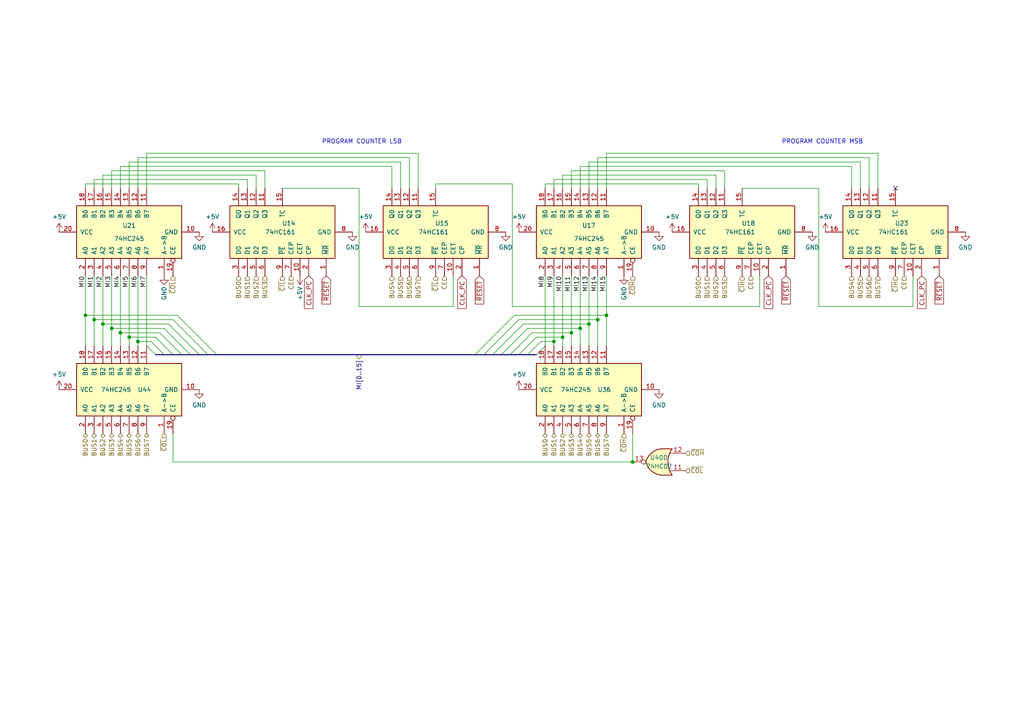
<source format=kicad_sch>
(kicad_sch (version 20211123) (generator eeschema)

  (uuid 531210ac-d133-4fad-8436-d617d548259f)

  (paper "A4")

  (title_block
    (title "Program Counter")
    (date "2023-10-27")
    (rev "2.0")
    (comment 2 "creativecommons.org/licenses/by-nc-sa/4.0/")
    (comment 3 "This work is licensed under CC BY-NC-SA 4.0")
    (comment 4 "Author: Carsten Herting (slu4)")
  )

  (lib_symbols
    (symbol "8-Bit CPU 32k-cache:74HC02" (pin_names (offset 1.016)) (in_bom yes) (on_board yes)
      (property "Reference" "U" (id 0) (at 0 1.27 0)
        (effects (font (size 1.27 1.27)))
      )
      (property "Value" "74HC02" (id 1) (at 0 -1.27 0)
        (effects (font (size 1.27 1.27)))
      )
      (property "Footprint" "" (id 2) (at 0 0 0)
        (effects (font (size 1.27 1.27)) hide)
      )
      (property "Datasheet" "" (id 3) (at 0 0 0)
        (effects (font (size 1.27 1.27)) hide)
      )
      (property "ki_locked" "" (id 4) (at 0 0 0)
        (effects (font (size 1.27 1.27)))
      )
      (property "ki_fp_filters" "SO14* DIP*W7.62mm*" (id 5) (at 0 0 0)
        (effects (font (size 1.27 1.27)) hide)
      )
      (symbol "74HC02_1_1"
        (arc (start -3.81 -3.81) (mid -2.589 0) (end -3.81 3.81)
          (stroke (width 0.254) (type default) (color 0 0 0 0))
          (fill (type none))
        )
        (arc (start -0.6096 -3.81) (mid 2.1842 -2.5851) (end 3.81 0)
          (stroke (width 0.254) (type default) (color 0 0 0 0))
          (fill (type background))
        )
        (polyline
          (pts
            (xy -3.81 -3.81)
            (xy -0.635 -3.81)
          )
          (stroke (width 0.254) (type default) (color 0 0 0 0))
          (fill (type background))
        )
        (polyline
          (pts
            (xy -3.81 3.81)
            (xy -0.635 3.81)
          )
          (stroke (width 0.254) (type default) (color 0 0 0 0))
          (fill (type background))
        )
        (polyline
          (pts
            (xy -0.635 3.81)
            (xy -3.81 3.81)
            (xy -3.81 3.81)
            (xy -3.556 3.4036)
            (xy -3.0226 2.2606)
            (xy -2.6924 1.0414)
            (xy -2.6162 -0.254)
            (xy -2.7686 -1.4986)
            (xy -3.175 -2.7178)
            (xy -3.81 -3.81)
            (xy -3.81 -3.81)
            (xy -0.635 -3.81)
          )
          (stroke (width -25.4) (type default) (color 0 0 0 0))
          (fill (type background))
        )
        (arc (start 3.81 0) (mid 2.1915 2.5936) (end -0.6096 3.81)
          (stroke (width 0.254) (type default) (color 0 0 0 0))
          (fill (type background))
        )
        (pin output inverted (at 7.62 0 180) (length 3.81)
          (name "~" (effects (font (size 1.27 1.27))))
          (number "1" (effects (font (size 1.27 1.27))))
        )
        (pin input line (at -7.62 2.54 0) (length 4.318)
          (name "~" (effects (font (size 1.27 1.27))))
          (number "2" (effects (font (size 1.27 1.27))))
        )
        (pin input line (at -7.62 -2.54 0) (length 4.318)
          (name "~" (effects (font (size 1.27 1.27))))
          (number "3" (effects (font (size 1.27 1.27))))
        )
      )
      (symbol "74HC02_1_2"
        (arc (start 0 -3.81) (mid 3.81 0) (end 0 3.81)
          (stroke (width 0.254) (type default) (color 0 0 0 0))
          (fill (type background))
        )
        (polyline
          (pts
            (xy 0 3.81)
            (xy -3.81 3.81)
            (xy -3.81 -3.81)
            (xy 0 -3.81)
          )
          (stroke (width 0.254) (type default) (color 0 0 0 0))
          (fill (type background))
        )
        (pin output line (at 7.62 0 180) (length 3.81)
          (name "~" (effects (font (size 1.27 1.27))))
          (number "1" (effects (font (size 1.27 1.27))))
        )
        (pin input inverted (at -7.62 2.54 0) (length 3.81)
          (name "~" (effects (font (size 1.27 1.27))))
          (number "2" (effects (font (size 1.27 1.27))))
        )
        (pin input inverted (at -7.62 -2.54 0) (length 3.81)
          (name "~" (effects (font (size 1.27 1.27))))
          (number "3" (effects (font (size 1.27 1.27))))
        )
      )
      (symbol "74HC02_2_1"
        (arc (start -3.81 -3.81) (mid -2.589 0) (end -3.81 3.81)
          (stroke (width 0.254) (type default) (color 0 0 0 0))
          (fill (type none))
        )
        (arc (start -0.6096 -3.81) (mid 2.1842 -2.5851) (end 3.81 0)
          (stroke (width 0.254) (type default) (color 0 0 0 0))
          (fill (type background))
        )
        (polyline
          (pts
            (xy -3.81 -3.81)
            (xy -0.635 -3.81)
          )
          (stroke (width 0.254) (type default) (color 0 0 0 0))
          (fill (type background))
        )
        (polyline
          (pts
            (xy -3.81 3.81)
            (xy -0.635 3.81)
          )
          (stroke (width 0.254) (type default) (color 0 0 0 0))
          (fill (type background))
        )
        (polyline
          (pts
            (xy -0.635 3.81)
            (xy -3.81 3.81)
            (xy -3.81 3.81)
            (xy -3.556 3.4036)
            (xy -3.0226 2.2606)
            (xy -2.6924 1.0414)
            (xy -2.6162 -0.254)
            (xy -2.7686 -1.4986)
            (xy -3.175 -2.7178)
            (xy -3.81 -3.81)
            (xy -3.81 -3.81)
            (xy -0.635 -3.81)
          )
          (stroke (width -25.4) (type default) (color 0 0 0 0))
          (fill (type background))
        )
        (arc (start 3.81 0) (mid 2.1915 2.5936) (end -0.6096 3.81)
          (stroke (width 0.254) (type default) (color 0 0 0 0))
          (fill (type background))
        )
        (pin output inverted (at 7.62 0 180) (length 3.81)
          (name "~" (effects (font (size 1.27 1.27))))
          (number "4" (effects (font (size 1.27 1.27))))
        )
        (pin input line (at -7.62 2.54 0) (length 4.318)
          (name "~" (effects (font (size 1.27 1.27))))
          (number "5" (effects (font (size 1.27 1.27))))
        )
        (pin input line (at -7.62 -2.54 0) (length 4.318)
          (name "~" (effects (font (size 1.27 1.27))))
          (number "6" (effects (font (size 1.27 1.27))))
        )
      )
      (symbol "74HC02_2_2"
        (arc (start 0 -3.81) (mid 3.81 0) (end 0 3.81)
          (stroke (width 0.254) (type default) (color 0 0 0 0))
          (fill (type background))
        )
        (polyline
          (pts
            (xy 0 3.81)
            (xy -3.81 3.81)
            (xy -3.81 -3.81)
            (xy 0 -3.81)
          )
          (stroke (width 0.254) (type default) (color 0 0 0 0))
          (fill (type background))
        )
        (pin output line (at 7.62 0 180) (length 3.81)
          (name "~" (effects (font (size 1.27 1.27))))
          (number "4" (effects (font (size 1.27 1.27))))
        )
        (pin input inverted (at -7.62 2.54 0) (length 3.81)
          (name "~" (effects (font (size 1.27 1.27))))
          (number "5" (effects (font (size 1.27 1.27))))
        )
        (pin input inverted (at -7.62 -2.54 0) (length 3.81)
          (name "~" (effects (font (size 1.27 1.27))))
          (number "6" (effects (font (size 1.27 1.27))))
        )
      )
      (symbol "74HC02_3_1"
        (arc (start -3.81 -3.81) (mid -2.589 0) (end -3.81 3.81)
          (stroke (width 0.254) (type default) (color 0 0 0 0))
          (fill (type none))
        )
        (arc (start -0.6096 -3.81) (mid 2.1842 -2.5851) (end 3.81 0)
          (stroke (width 0.254) (type default) (color 0 0 0 0))
          (fill (type background))
        )
        (polyline
          (pts
            (xy -3.81 -3.81)
            (xy -0.635 -3.81)
          )
          (stroke (width 0.254) (type default) (color 0 0 0 0))
          (fill (type background))
        )
        (polyline
          (pts
            (xy -3.81 3.81)
            (xy -0.635 3.81)
          )
          (stroke (width 0.254) (type default) (color 0 0 0 0))
          (fill (type background))
        )
        (polyline
          (pts
            (xy -0.635 3.81)
            (xy -3.81 3.81)
            (xy -3.81 3.81)
            (xy -3.556 3.4036)
            (xy -3.0226 2.2606)
            (xy -2.6924 1.0414)
            (xy -2.6162 -0.254)
            (xy -2.7686 -1.4986)
            (xy -3.175 -2.7178)
            (xy -3.81 -3.81)
            (xy -3.81 -3.81)
            (xy -0.635 -3.81)
          )
          (stroke (width -25.4) (type default) (color 0 0 0 0))
          (fill (type background))
        )
        (arc (start 3.81 0) (mid 2.1915 2.5936) (end -0.6096 3.81)
          (stroke (width 0.254) (type default) (color 0 0 0 0))
          (fill (type background))
        )
        (pin output inverted (at 7.62 0 180) (length 3.81)
          (name "~" (effects (font (size 1.27 1.27))))
          (number "10" (effects (font (size 1.27 1.27))))
        )
        (pin input line (at -7.62 2.54 0) (length 4.318)
          (name "~" (effects (font (size 1.27 1.27))))
          (number "8" (effects (font (size 1.27 1.27))))
        )
        (pin input line (at -7.62 -2.54 0) (length 4.318)
          (name "~" (effects (font (size 1.27 1.27))))
          (number "9" (effects (font (size 1.27 1.27))))
        )
      )
      (symbol "74HC02_3_2"
        (arc (start 0 -3.81) (mid 3.81 0) (end 0 3.81)
          (stroke (width 0.254) (type default) (color 0 0 0 0))
          (fill (type background))
        )
        (polyline
          (pts
            (xy 0 3.81)
            (xy -3.81 3.81)
            (xy -3.81 -3.81)
            (xy 0 -3.81)
          )
          (stroke (width 0.254) (type default) (color 0 0 0 0))
          (fill (type background))
        )
        (pin output line (at 7.62 0 180) (length 3.81)
          (name "~" (effects (font (size 1.27 1.27))))
          (number "10" (effects (font (size 1.27 1.27))))
        )
        (pin input inverted (at -7.62 2.54 0) (length 3.81)
          (name "~" (effects (font (size 1.27 1.27))))
          (number "8" (effects (font (size 1.27 1.27))))
        )
        (pin input inverted (at -7.62 -2.54 0) (length 3.81)
          (name "~" (effects (font (size 1.27 1.27))))
          (number "9" (effects (font (size 1.27 1.27))))
        )
      )
      (symbol "74HC02_4_1"
        (arc (start -3.81 -3.81) (mid -2.589 0) (end -3.81 3.81)
          (stroke (width 0.254) (type default) (color 0 0 0 0))
          (fill (type none))
        )
        (arc (start -0.6096 -3.81) (mid 2.1842 -2.5851) (end 3.81 0)
          (stroke (width 0.254) (type default) (color 0 0 0 0))
          (fill (type background))
        )
        (polyline
          (pts
            (xy -3.81 -3.81)
            (xy -0.635 -3.81)
          )
          (stroke (width 0.254) (type default) (color 0 0 0 0))
          (fill (type background))
        )
        (polyline
          (pts
            (xy -3.81 3.81)
            (xy -0.635 3.81)
          )
          (stroke (width 0.254) (type default) (color 0 0 0 0))
          (fill (type background))
        )
        (polyline
          (pts
            (xy -0.635 3.81)
            (xy -3.81 3.81)
            (xy -3.81 3.81)
            (xy -3.556 3.4036)
            (xy -3.0226 2.2606)
            (xy -2.6924 1.0414)
            (xy -2.6162 -0.254)
            (xy -2.7686 -1.4986)
            (xy -3.175 -2.7178)
            (xy -3.81 -3.81)
            (xy -3.81 -3.81)
            (xy -0.635 -3.81)
          )
          (stroke (width -25.4) (type default) (color 0 0 0 0))
          (fill (type background))
        )
        (arc (start 3.81 0) (mid 2.1915 2.5936) (end -0.6096 3.81)
          (stroke (width 0.254) (type default) (color 0 0 0 0))
          (fill (type background))
        )
        (pin input line (at -7.62 2.54 0) (length 4.318)
          (name "~" (effects (font (size 1.27 1.27))))
          (number "11" (effects (font (size 1.27 1.27))))
        )
        (pin input line (at -7.62 -2.54 0) (length 4.318)
          (name "~" (effects (font (size 1.27 1.27))))
          (number "12" (effects (font (size 1.27 1.27))))
        )
        (pin output inverted (at 7.62 0 180) (length 3.81)
          (name "~" (effects (font (size 1.27 1.27))))
          (number "13" (effects (font (size 1.27 1.27))))
        )
      )
      (symbol "74HC02_4_2"
        (arc (start 0 -3.81) (mid 3.81 0) (end 0 3.81)
          (stroke (width 0.254) (type default) (color 0 0 0 0))
          (fill (type background))
        )
        (polyline
          (pts
            (xy 0 3.81)
            (xy -3.81 3.81)
            (xy -3.81 -3.81)
            (xy 0 -3.81)
          )
          (stroke (width 0.254) (type default) (color 0 0 0 0))
          (fill (type background))
        )
        (pin input inverted (at -7.62 2.54 0) (length 3.81)
          (name "~" (effects (font (size 1.27 1.27))))
          (number "11" (effects (font (size 1.27 1.27))))
        )
        (pin input inverted (at -7.62 -2.54 0) (length 3.81)
          (name "~" (effects (font (size 1.27 1.27))))
          (number "12" (effects (font (size 1.27 1.27))))
        )
        (pin output line (at 7.62 0 180) (length 3.81)
          (name "~" (effects (font (size 1.27 1.27))))
          (number "13" (effects (font (size 1.27 1.27))))
        )
      )
      (symbol "74HC02_5_0"
        (pin power_in line (at 0 12.7 270) (length 5.08)
          (name "VCC" (effects (font (size 1.27 1.27))))
          (number "14" (effects (font (size 1.27 1.27))))
        )
        (pin power_in line (at 0 -12.7 90) (length 5.08)
          (name "GND" (effects (font (size 1.27 1.27))))
          (number "7" (effects (font (size 1.27 1.27))))
        )
      )
      (symbol "74HC02_5_1"
        (rectangle (start -5.08 7.62) (end 5.08 -7.62)
          (stroke (width 0.254) (type default) (color 0 0 0 0))
          (fill (type background))
        )
      )
    )
    (symbol "8-Bit CPU 32k:74HC161" (pin_names (offset 1.016)) (in_bom yes) (on_board yes)
      (property "Reference" "U" (id 0) (at -7.62 16.51 0)
        (effects (font (size 1.27 1.27)))
      )
      (property "Value" "74HC161" (id 1) (at -7.62 -16.51 0)
        (effects (font (size 1.27 1.27)))
      )
      (property "Footprint" "" (id 2) (at 0 0 0)
        (effects (font (size 1.27 1.27)) hide)
      )
      (property "Datasheet" "http://www.ti.com/lit/gpn/sn74LS161" (id 3) (at 0 0 0)
        (effects (font (size 1.27 1.27)) hide)
      )
      (property "ki_locked" "" (id 4) (at 0 0 0)
        (effects (font (size 1.27 1.27)))
      )
      (property "ki_keywords" "TTL CNT CNT4" (id 5) (at 0 0 0)
        (effects (font (size 1.27 1.27)) hide)
      )
      (property "ki_description" "Synchronous 4-bit programmable binary Counter" (id 6) (at 0 0 0)
        (effects (font (size 1.27 1.27)) hide)
      )
      (property "ki_fp_filters" "DIP?16*" (id 7) (at 0 0 0)
        (effects (font (size 1.27 1.27)) hide)
      )
      (symbol "74HC161_1_0"
        (pin input line (at -12.7 -12.7 0) (length 5.08)
          (name "~{MR}" (effects (font (size 1.27 1.27))))
          (number "1" (effects (font (size 1.27 1.27))))
        )
        (pin input line (at -12.7 -5.08 0) (length 5.08)
          (name "CET" (effects (font (size 1.27 1.27))))
          (number "10" (effects (font (size 1.27 1.27))))
        )
        (pin output line (at 12.7 5.08 180) (length 5.08)
          (name "Q3" (effects (font (size 1.27 1.27))))
          (number "11" (effects (font (size 1.27 1.27))))
        )
        (pin output line (at 12.7 7.62 180) (length 5.08)
          (name "Q2" (effects (font (size 1.27 1.27))))
          (number "12" (effects (font (size 1.27 1.27))))
        )
        (pin output line (at 12.7 10.16 180) (length 5.08)
          (name "Q1" (effects (font (size 1.27 1.27))))
          (number "13" (effects (font (size 1.27 1.27))))
        )
        (pin output line (at 12.7 12.7 180) (length 5.08)
          (name "Q0" (effects (font (size 1.27 1.27))))
          (number "14" (effects (font (size 1.27 1.27))))
        )
        (pin output line (at 12.7 0 180) (length 5.08)
          (name "TC" (effects (font (size 1.27 1.27))))
          (number "15" (effects (font (size 1.27 1.27))))
        )
        (pin power_in line (at 0 20.32 270) (length 5.08)
          (name "VCC" (effects (font (size 1.27 1.27))))
          (number "16" (effects (font (size 1.27 1.27))))
        )
        (pin input line (at -12.7 -7.62 0) (length 5.08)
          (name "CP" (effects (font (size 1.27 1.27))))
          (number "2" (effects (font (size 1.27 1.27))))
        )
        (pin input line (at -12.7 12.7 0) (length 5.08)
          (name "D0" (effects (font (size 1.27 1.27))))
          (number "3" (effects (font (size 1.27 1.27))))
        )
        (pin input line (at -12.7 10.16 0) (length 5.08)
          (name "D1" (effects (font (size 1.27 1.27))))
          (number "4" (effects (font (size 1.27 1.27))))
        )
        (pin input line (at -12.7 7.62 0) (length 5.08)
          (name "D2" (effects (font (size 1.27 1.27))))
          (number "5" (effects (font (size 1.27 1.27))))
        )
        (pin input line (at -12.7 5.08 0) (length 5.08)
          (name "D3" (effects (font (size 1.27 1.27))))
          (number "6" (effects (font (size 1.27 1.27))))
        )
        (pin input line (at -12.7 -2.54 0) (length 5.08)
          (name "CEP" (effects (font (size 1.27 1.27))))
          (number "7" (effects (font (size 1.27 1.27))))
        )
        (pin power_in line (at 0 -20.32 90) (length 5.08)
          (name "GND" (effects (font (size 1.27 1.27))))
          (number "8" (effects (font (size 1.27 1.27))))
        )
        (pin input line (at -12.7 0 0) (length 5.08)
          (name "~{PE}" (effects (font (size 1.27 1.27))))
          (number "9" (effects (font (size 1.27 1.27))))
        )
      )
      (symbol "74HC161_1_1"
        (rectangle (start -7.62 15.24) (end 7.62 -15.24)
          (stroke (width 0.254) (type default) (color 0 0 0 0))
          (fill (type background))
        )
      )
    )
    (symbol "8-Bit CPU 32k:74HC245" (pin_names (offset 1.016)) (in_bom yes) (on_board yes)
      (property "Reference" "U" (id 0) (at 0 -6.35 90)
        (effects (font (size 1.27 1.27)))
      )
      (property "Value" "74HC245" (id 1) (at 0 2.54 90)
        (effects (font (size 1.27 1.27)))
      )
      (property "Footprint" "" (id 2) (at 0 0 0)
        (effects (font (size 1.27 1.27)) hide)
      )
      (property "Datasheet" "http://www.ti.com/lit/gpn/sn74HC245" (id 3) (at 0 -17.78 0)
        (effects (font (size 1.27 1.27)) hide)
      )
      (property "ki_locked" "" (id 4) (at 0 0 0)
        (effects (font (size 1.27 1.27)))
      )
      (property "ki_keywords" "HCMOS BUS 3State" (id 5) (at 0 0 0)
        (effects (font (size 1.27 1.27)) hide)
      )
      (property "ki_description" "Octal BUS Transceivers, 3-State outputs" (id 6) (at 0 0 0)
        (effects (font (size 1.27 1.27)) hide)
      )
      (property "ki_fp_filters" "DIP?20*" (id 7) (at 0 0 0)
        (effects (font (size 1.27 1.27)) hide)
      )
      (symbol "74HC245_1_0"
        (pin input line (at -12.7 -10.16 0) (length 5.08)
          (name "A->B" (effects (font (size 1.27 1.27))))
          (number "1" (effects (font (size 1.27 1.27))))
        )
        (pin power_in line (at 0 -20.32 90) (length 5.08)
          (name "GND" (effects (font (size 1.27 1.27))))
          (number "10" (effects (font (size 1.27 1.27))))
        )
        (pin input line (at 12.7 -5.08 180) (length 5.08)
          (name "B7" (effects (font (size 1.27 1.27))))
          (number "11" (effects (font (size 1.27 1.27))))
        )
        (pin input line (at 12.7 -2.54 180) (length 5.08)
          (name "B6" (effects (font (size 1.27 1.27))))
          (number "12" (effects (font (size 1.27 1.27))))
        )
        (pin input line (at 12.7 0 180) (length 5.08)
          (name "B5" (effects (font (size 1.27 1.27))))
          (number "13" (effects (font (size 1.27 1.27))))
        )
        (pin input line (at 12.7 2.54 180) (length 5.08)
          (name "B4" (effects (font (size 1.27 1.27))))
          (number "14" (effects (font (size 1.27 1.27))))
        )
        (pin input line (at 12.7 5.08 180) (length 5.08)
          (name "B3" (effects (font (size 1.27 1.27))))
          (number "15" (effects (font (size 1.27 1.27))))
        )
        (pin input line (at 12.7 7.62 180) (length 5.08)
          (name "B2" (effects (font (size 1.27 1.27))))
          (number "16" (effects (font (size 1.27 1.27))))
        )
        (pin input line (at 12.7 10.16 180) (length 5.08)
          (name "B1" (effects (font (size 1.27 1.27))))
          (number "17" (effects (font (size 1.27 1.27))))
        )
        (pin input line (at 12.7 12.7 180) (length 5.08)
          (name "B0" (effects (font (size 1.27 1.27))))
          (number "18" (effects (font (size 1.27 1.27))))
        )
        (pin input inverted (at -12.7 -12.7 0) (length 5.08)
          (name "CE" (effects (font (size 1.27 1.27))))
          (number "19" (effects (font (size 1.27 1.27))))
        )
        (pin tri_state line (at -12.7 12.7 0) (length 5.08)
          (name "A0" (effects (font (size 1.27 1.27))))
          (number "2" (effects (font (size 1.27 1.27))))
        )
        (pin power_in line (at 0 20.32 270) (length 5.08)
          (name "VCC" (effects (font (size 1.27 1.27))))
          (number "20" (effects (font (size 1.27 1.27))))
        )
        (pin tri_state line (at -12.7 10.16 0) (length 5.08)
          (name "A1" (effects (font (size 1.27 1.27))))
          (number "3" (effects (font (size 1.27 1.27))))
        )
        (pin tri_state line (at -12.7 7.62 0) (length 5.08)
          (name "A2" (effects (font (size 1.27 1.27))))
          (number "4" (effects (font (size 1.27 1.27))))
        )
        (pin tri_state line (at -12.7 5.08 0) (length 5.08)
          (name "A3" (effects (font (size 1.27 1.27))))
          (number "5" (effects (font (size 1.27 1.27))))
        )
        (pin tri_state line (at -12.7 2.54 0) (length 5.08)
          (name "A4" (effects (font (size 1.27 1.27))))
          (number "6" (effects (font (size 1.27 1.27))))
        )
        (pin tri_state line (at -12.7 0 0) (length 5.08)
          (name "A5" (effects (font (size 1.27 1.27))))
          (number "7" (effects (font (size 1.27 1.27))))
        )
        (pin tri_state line (at -12.7 -2.54 0) (length 5.08)
          (name "A6" (effects (font (size 1.27 1.27))))
          (number "8" (effects (font (size 1.27 1.27))))
        )
        (pin tri_state line (at -12.7 -5.08 0) (length 5.08)
          (name "A7" (effects (font (size 1.27 1.27))))
          (number "9" (effects (font (size 1.27 1.27))))
        )
      )
      (symbol "74HC245_1_1"
        (rectangle (start -7.62 15.24) (end 7.62 -15.24)
          (stroke (width 0.254) (type default) (color 0 0 0 0))
          (fill (type background))
        )
      )
    )
    (symbol "power:+5V" (power) (pin_names (offset 0)) (in_bom yes) (on_board yes)
      (property "Reference" "#PWR" (id 0) (at 0 -3.81 0)
        (effects (font (size 1.27 1.27)) hide)
      )
      (property "Value" "+5V" (id 1) (at 0 3.556 0)
        (effects (font (size 1.27 1.27)))
      )
      (property "Footprint" "" (id 2) (at 0 0 0)
        (effects (font (size 1.27 1.27)) hide)
      )
      (property "Datasheet" "" (id 3) (at 0 0 0)
        (effects (font (size 1.27 1.27)) hide)
      )
      (property "ki_keywords" "power-flag" (id 4) (at 0 0 0)
        (effects (font (size 1.27 1.27)) hide)
      )
      (property "ki_description" "Power symbol creates a global label with name \"+5V\"" (id 5) (at 0 0 0)
        (effects (font (size 1.27 1.27)) hide)
      )
      (symbol "+5V_0_1"
        (polyline
          (pts
            (xy -0.762 1.27)
            (xy 0 2.54)
          )
          (stroke (width 0) (type default) (color 0 0 0 0))
          (fill (type none))
        )
        (polyline
          (pts
            (xy 0 0)
            (xy 0 2.54)
          )
          (stroke (width 0) (type default) (color 0 0 0 0))
          (fill (type none))
        )
        (polyline
          (pts
            (xy 0 2.54)
            (xy 0.762 1.27)
          )
          (stroke (width 0) (type default) (color 0 0 0 0))
          (fill (type none))
        )
      )
      (symbol "+5V_1_1"
        (pin power_in line (at 0 0 90) (length 0) hide
          (name "+5V" (effects (font (size 1.27 1.27))))
          (number "1" (effects (font (size 1.27 1.27))))
        )
      )
    )
    (symbol "power:GND" (power) (pin_names (offset 0)) (in_bom yes) (on_board yes)
      (property "Reference" "#PWR" (id 0) (at 0 -6.35 0)
        (effects (font (size 1.27 1.27)) hide)
      )
      (property "Value" "GND" (id 1) (at 0 -3.81 0)
        (effects (font (size 1.27 1.27)))
      )
      (property "Footprint" "" (id 2) (at 0 0 0)
        (effects (font (size 1.27 1.27)) hide)
      )
      (property "Datasheet" "" (id 3) (at 0 0 0)
        (effects (font (size 1.27 1.27)) hide)
      )
      (property "ki_keywords" "power-flag" (id 4) (at 0 0 0)
        (effects (font (size 1.27 1.27)) hide)
      )
      (property "ki_description" "Power symbol creates a global label with name \"GND\" , ground" (id 5) (at 0 0 0)
        (effects (font (size 1.27 1.27)) hide)
      )
      (symbol "GND_0_1"
        (polyline
          (pts
            (xy 0 0)
            (xy 0 -1.27)
            (xy 1.27 -1.27)
            (xy 0 -2.54)
            (xy -1.27 -1.27)
            (xy 0 -1.27)
          )
          (stroke (width 0) (type default) (color 0 0 0 0))
          (fill (type none))
        )
      )
      (symbol "GND_1_1"
        (pin power_in line (at 0 0 270) (length 0) hide
          (name "GND" (effects (font (size 1.27 1.27))))
          (number "1" (effects (font (size 1.27 1.27))))
        )
      )
    )
  )

  (junction (at 175.895 91.44) (diameter 0) (color 0 0 0 0)
    (uuid 038f8ab6-db9f-4133-9bdb-f650909953ad)
  )
  (junction (at 168.275 95.25) (diameter 0) (color 0 0 0 0)
    (uuid 0fccee1d-b582-43cd-9fb7-f0334208332b)
  )
  (junction (at 160.655 99.06) (diameter 0) (color 0 0 0 0)
    (uuid 151b045d-ad37-410f-8c08-60401bc18cf9)
  )
  (junction (at 27.305 92.71) (diameter 0) (color 0 0 0 0)
    (uuid 1970d2d4-4556-487a-8657-dc93d289e050)
  )
  (junction (at 37.465 97.79) (diameter 0) (color 0 0 0 0)
    (uuid 372154bd-5083-40c3-87ac-b20b7ce81751)
  )
  (junction (at 32.385 95.25) (diameter 0) (color 0 0 0 0)
    (uuid 4650650a-5643-4f43-8f86-767d4b6bdff6)
  )
  (junction (at 183.515 133.985) (diameter 0) (color 0 0 0 0)
    (uuid 59f936d0-bd58-4c52-92e3-157afe7abdfd)
  )
  (junction (at 40.005 99.06) (diameter 0) (color 0 0 0 0)
    (uuid 5a9729a6-b083-4b24-935b-66a88162e876)
  )
  (junction (at 163.195 97.79) (diameter 0) (color 0 0 0 0)
    (uuid 6edc5260-3401-4754-b510-d267597d505c)
  )
  (junction (at 24.765 91.44) (diameter 0) (color 0 0 0 0)
    (uuid 85868ea9-e8b6-4d15-842c-615527c4ba31)
  )
  (junction (at 165.735 96.52) (diameter 0) (color 0 0 0 0)
    (uuid a4bc7545-9699-44d8-ae6a-3f48d034ebf3)
  )
  (junction (at 170.815 93.98) (diameter 0) (color 0 0 0 0)
    (uuid b160fd56-0404-482c-89b1-ccaf0e697303)
  )
  (junction (at 34.925 96.52) (diameter 0) (color 0 0 0 0)
    (uuid b9e976c6-159d-4c3e-a030-26c794cdbc8b)
  )
  (junction (at 29.845 93.98) (diameter 0) (color 0 0 0 0)
    (uuid f539e634-7dbe-40a0-bc99-339c9ecd10d6)
  )
  (junction (at 173.355 92.71) (diameter 0) (color 0 0 0 0)
    (uuid f83c48d1-9515-4ff7-9e70-8e16adfd6dce)
  )

  (no_connect (at 259.715 54.61) (uuid 28dbcf32-a839-44ce-aba2-169e5baf7f93))

  (bus_entry (at 137.795 102.87) (size 2.54 -2.54)
    (stroke (width 0) (type default) (color 0 0 0 0))
    (uuid 3d42aa6e-3c6c-4ed9-a557-44961f8d80e0)
  )
  (bus_entry (at 153.035 102.87) (size 2.54 -2.54)
    (stroke (width 0) (type default) (color 0 0 0 0))
    (uuid 3d42aa6e-3c6c-4ed9-a557-44961f8d80e1)
  )
  (bus_entry (at 150.495 102.87) (size 2.54 -2.54)
    (stroke (width 0) (type default) (color 0 0 0 0))
    (uuid 3d42aa6e-3c6c-4ed9-a557-44961f8d80e2)
  )
  (bus_entry (at 147.955 102.87) (size 2.54 -2.54)
    (stroke (width 0) (type default) (color 0 0 0 0))
    (uuid 3d42aa6e-3c6c-4ed9-a557-44961f8d80e3)
  )
  (bus_entry (at 142.875 102.87) (size 2.54 -2.54)
    (stroke (width 0) (type default) (color 0 0 0 0))
    (uuid 3d42aa6e-3c6c-4ed9-a557-44961f8d80e4)
  )
  (bus_entry (at 145.415 102.87) (size 2.54 -2.54)
    (stroke (width 0) (type default) (color 0 0 0 0))
    (uuid 3d42aa6e-3c6c-4ed9-a557-44961f8d80e5)
  )
  (bus_entry (at 155.575 102.87) (size 2.54 -2.54)
    (stroke (width 0) (type default) (color 0 0 0 0))
    (uuid 3d42aa6e-3c6c-4ed9-a557-44961f8d80e6)
  )
  (bus_entry (at 140.335 102.87) (size 2.54 -2.54)
    (stroke (width 0) (type default) (color 0 0 0 0))
    (uuid 3d42aa6e-3c6c-4ed9-a557-44961f8d80e7)
  )
  (bus_entry (at 62.865 102.87) (size -2.54 -2.54)
    (stroke (width 0) (type default) (color 0 0 0 0))
    (uuid 5457abc9-5ee5-4a19-9e15-e7af9b12b70e)
  )
  (bus_entry (at 42.545 100.33) (size 2.54 2.54)
    (stroke (width 0) (type default) (color 0 0 0 0))
    (uuid 5554ef04-4a56-412c-85b8-1554b70e0a84)
  )
  (bus_entry (at 50.165 100.33) (size 2.54 2.54)
    (stroke (width 0) (type default) (color 0 0 0 0))
    (uuid 5554ef04-4a56-412c-85b8-1554b70e0a85)
  )
  (bus_entry (at 47.625 100.33) (size 2.54 2.54)
    (stroke (width 0) (type default) (color 0 0 0 0))
    (uuid 5554ef04-4a56-412c-85b8-1554b70e0a86)
  )
  (bus_entry (at 45.085 100.33) (size 2.54 2.54)
    (stroke (width 0) (type default) (color 0 0 0 0))
    (uuid 5554ef04-4a56-412c-85b8-1554b70e0a87)
  )
  (bus_entry (at 57.785 100.33) (size 2.54 2.54)
    (stroke (width 0) (type default) (color 0 0 0 0))
    (uuid 5554ef04-4a56-412c-85b8-1554b70e0a88)
  )
  (bus_entry (at 52.705 100.33) (size 2.54 2.54)
    (stroke (width 0) (type default) (color 0 0 0 0))
    (uuid 5554ef04-4a56-412c-85b8-1554b70e0a89)
  )
  (bus_entry (at 55.245 100.33) (size 2.54 2.54)
    (stroke (width 0) (type default) (color 0 0 0 0))
    (uuid 5554ef04-4a56-412c-85b8-1554b70e0a8a)
  )

  (wire (pts (xy 175.895 80.01) (xy 175.895 91.44))
    (stroke (width 0) (type default) (color 0 0 0 0))
    (uuid 0485654e-b30a-4652-9741-4d256767c1c6)
  )
  (wire (pts (xy 50.165 133.985) (xy 183.515 133.985))
    (stroke (width 0) (type default) (color 0 0 0 0))
    (uuid 076e0033-1ebe-4a4c-9580-92f4157c25fb)
  )
  (wire (pts (xy 163.195 97.79) (xy 163.195 100.33))
    (stroke (width 0) (type default) (color 0 0 0 0))
    (uuid 0775d95a-9e25-4ebf-a019-013daa7dae92)
  )
  (wire (pts (xy 40.005 54.61) (xy 40.005 45.72))
    (stroke (width 0) (type default) (color 0 0 0 0))
    (uuid 0780e0b9-154b-4cff-a239-3a5c8437af58)
  )
  (wire (pts (xy 210.185 54.61) (xy 210.185 49.53))
    (stroke (width 0) (type default) (color 0 0 0 0))
    (uuid 07a1204d-8218-4d86-9f31-083b5bdf4069)
  )
  (wire (pts (xy 126.365 54.61) (xy 126.365 53.34))
    (stroke (width 0) (type default) (color 0 0 0 0))
    (uuid 08114ff2-73aa-4795-89ca-6d7316a7e974)
  )
  (wire (pts (xy 45.085 100.33) (xy 43.815 99.06))
    (stroke (width 0) (type default) (color 0 0 0 0))
    (uuid 0a3efc43-d76d-4e04-b4fb-099a6e36a7be)
  )
  (bus (pts (xy 147.955 102.87) (xy 150.495 102.87))
    (stroke (width 0) (type default) (color 0 0 0 0))
    (uuid 0b05440a-af4f-477c-bc19-9061c87e6da0)
  )

  (wire (pts (xy 76.835 54.61) (xy 76.835 49.53))
    (stroke (width 0) (type default) (color 0 0 0 0))
    (uuid 0b59de52-fab0-4596-a076-5a7460d2293a)
  )
  (wire (pts (xy 205.105 52.07) (xy 160.655 52.07))
    (stroke (width 0) (type default) (color 0 0 0 0))
    (uuid 1354c3e1-417c-4b0f-bb8b-be50919a15c2)
  )
  (bus (pts (xy 45.085 102.87) (xy 47.625 102.87))
    (stroke (width 0) (type default) (color 0 0 0 0))
    (uuid 164441cf-df5f-4330-9e1c-186328a7af4d)
  )

  (wire (pts (xy 34.925 96.52) (xy 34.925 100.33))
    (stroke (width 0) (type default) (color 0 0 0 0))
    (uuid 16942600-43ca-49f9-9ca7-549a4eb143f6)
  )
  (wire (pts (xy 104.14 88.9) (xy 131.445 88.9))
    (stroke (width 0) (type default) (color 0 0 0 0))
    (uuid 1ce315f8-993b-49da-806e-9a7c1eafeef3)
  )
  (wire (pts (xy 27.305 52.07) (xy 27.305 54.61))
    (stroke (width 0) (type default) (color 0 0 0 0))
    (uuid 21ca5b86-a3c3-4f51-a298-e85d6bc95677)
  )
  (wire (pts (xy 160.655 52.07) (xy 160.655 54.61))
    (stroke (width 0) (type default) (color 0 0 0 0))
    (uuid 225a2f60-2c5f-4547-8134-787d9a182894)
  )
  (wire (pts (xy 155.575 100.33) (xy 156.845 99.06))
    (stroke (width 0) (type default) (color 0 0 0 0))
    (uuid 23ae05bc-f93f-429b-91b6-88258dd1355e)
  )
  (wire (pts (xy 163.195 54.61) (xy 163.195 50.8))
    (stroke (width 0) (type default) (color 0 0 0 0))
    (uuid 23dd24fd-1f3e-4ea4-ad6f-6814220e2184)
  )
  (wire (pts (xy 175.895 91.44) (xy 175.895 100.33))
    (stroke (width 0) (type default) (color 0 0 0 0))
    (uuid 2477749a-bd9d-4b06-9ac0-91b7506aeea5)
  )
  (wire (pts (xy 71.755 52.07) (xy 27.305 52.07))
    (stroke (width 0) (type default) (color 0 0 0 0))
    (uuid 2538fda4-a5fb-4bc6-8c60-d9aae4396f88)
  )
  (bus (pts (xy 62.865 102.87) (xy 137.795 102.87))
    (stroke (width 0) (type default) (color 0 0 0 0))
    (uuid 25b6f9ac-d736-42b2-aa5c-26dfac011392)
  )

  (wire (pts (xy 163.195 50.8) (xy 207.645 50.8))
    (stroke (width 0) (type default) (color 0 0 0 0))
    (uuid 28902c68-a98e-4c5e-8c36-eb4e82526079)
  )
  (wire (pts (xy 113.665 48.26) (xy 113.665 54.61))
    (stroke (width 0) (type default) (color 0 0 0 0))
    (uuid 28e7b761-c87d-4dd9-a5f8-22b757d933b4)
  )
  (wire (pts (xy 205.105 54.61) (xy 205.105 52.07))
    (stroke (width 0) (type default) (color 0 0 0 0))
    (uuid 2a00dc92-3718-4cf6-a969-01fcddf630fc)
  )
  (bus (pts (xy 145.415 102.87) (xy 147.955 102.87))
    (stroke (width 0) (type default) (color 0 0 0 0))
    (uuid 331eea60-0927-4893-ab46-02bf416d34be)
  )

  (wire (pts (xy 29.845 50.8) (xy 74.295 50.8))
    (stroke (width 0) (type default) (color 0 0 0 0))
    (uuid 335b7bba-7287-4a50-8426-f874cbfd0c9c)
  )
  (wire (pts (xy 37.465 54.61) (xy 37.465 46.99))
    (stroke (width 0) (type default) (color 0 0 0 0))
    (uuid 37d0a728-1e56-4807-ab64-106f28968345)
  )
  (wire (pts (xy 163.195 80.01) (xy 163.195 97.79))
    (stroke (width 0) (type default) (color 0 0 0 0))
    (uuid 3a6f4bff-b34f-4a8e-9552-c6e1b414e527)
  )
  (wire (pts (xy 173.355 92.71) (xy 173.355 100.33))
    (stroke (width 0) (type default) (color 0 0 0 0))
    (uuid 3e44609a-338d-4df7-b5a5-93f5894dd42b)
  )
  (wire (pts (xy 156.845 99.06) (xy 160.655 99.06))
    (stroke (width 0) (type default) (color 0 0 0 0))
    (uuid 4158ca8f-8642-41eb-b6e0-e068333db550)
  )
  (wire (pts (xy 175.895 44.45) (xy 254.635 44.45))
    (stroke (width 0) (type default) (color 0 0 0 0))
    (uuid 419d59d4-e4b6-4904-a355-f946ba3e14e9)
  )
  (wire (pts (xy 32.385 95.25) (xy 32.385 100.33))
    (stroke (width 0) (type default) (color 0 0 0 0))
    (uuid 41ea3260-83a7-430e-a7cc-9414bc7e3aed)
  )
  (wire (pts (xy 74.295 50.8) (xy 74.295 54.61))
    (stroke (width 0) (type default) (color 0 0 0 0))
    (uuid 42287f21-5eb3-4384-a4cc-1115efec7906)
  )
  (wire (pts (xy 60.325 100.33) (xy 51.435 91.44))
    (stroke (width 0) (type default) (color 0 0 0 0))
    (uuid 4331c7c2-fe12-4bc0-8324-b16329879292)
  )
  (wire (pts (xy 29.845 80.01) (xy 29.845 93.98))
    (stroke (width 0) (type default) (color 0 0 0 0))
    (uuid 46759f75-9a34-41c1-b509-a48d7c50fc18)
  )
  (bus (pts (xy 142.875 102.87) (xy 145.415 102.87))
    (stroke (width 0) (type default) (color 0 0 0 0))
    (uuid 48afe1a2-0bd8-49ef-ac6e-517bec84b35a)
  )

  (wire (pts (xy 34.925 80.01) (xy 34.925 96.52))
    (stroke (width 0) (type default) (color 0 0 0 0))
    (uuid 49433b56-f115-40cb-9953-c09ce91c4673)
  )
  (wire (pts (xy 46.355 96.52) (xy 34.925 96.52))
    (stroke (width 0) (type default) (color 0 0 0 0))
    (uuid 49c618f0-b531-4bb9-8eb5-f5cc23172228)
  )
  (wire (pts (xy 40.005 99.06) (xy 40.005 100.33))
    (stroke (width 0) (type default) (color 0 0 0 0))
    (uuid 5209d867-bdd0-48e0-8dbc-72d6a6dc3cb9)
  )
  (bus (pts (xy 137.795 102.87) (xy 140.335 102.87))
    (stroke (width 0) (type default) (color 0 0 0 0))
    (uuid 52cedc0d-76b4-4506-8009-db0f0540bab2)
  )
  (bus (pts (xy 55.245 102.87) (xy 57.785 102.87))
    (stroke (width 0) (type default) (color 0 0 0 0))
    (uuid 53f214a8-1b80-4f41-b9f0-a2a015fe5a3d)
  )

  (wire (pts (xy 29.845 54.61) (xy 29.845 50.8))
    (stroke (width 0) (type default) (color 0 0 0 0))
    (uuid 562f052c-58c8-40e0-abe2-570771c0fc01)
  )
  (wire (pts (xy 210.185 49.53) (xy 165.735 49.53))
    (stroke (width 0) (type default) (color 0 0 0 0))
    (uuid 58229f0d-b199-4895-9e5b-4f6e6ad601ab)
  )
  (wire (pts (xy 32.385 95.25) (xy 47.625 95.25))
    (stroke (width 0) (type default) (color 0 0 0 0))
    (uuid 5e0bf634-125d-4282-ae59-c6856fdbac47)
  )
  (wire (pts (xy 237.49 54.61) (xy 215.265 54.61))
    (stroke (width 0) (type default) (color 0 0 0 0))
    (uuid 5e8195e4-00b8-4f27-ab9e-0f2affd0b934)
  )
  (wire (pts (xy 40.005 80.01) (xy 40.005 99.06))
    (stroke (width 0) (type default) (color 0 0 0 0))
    (uuid 609e5332-bea4-4b2a-b8c4-46b7a38791c8)
  )
  (wire (pts (xy 175.895 91.44) (xy 149.225 91.44))
    (stroke (width 0) (type default) (color 0 0 0 0))
    (uuid 6256341e-6720-48e7-9d0c-c46f5c613884)
  )
  (wire (pts (xy 170.815 80.01) (xy 170.815 93.98))
    (stroke (width 0) (type default) (color 0 0 0 0))
    (uuid 626f62e4-29a6-4f24-b4bb-9bbcab2e68cd)
  )
  (wire (pts (xy 163.195 97.79) (xy 155.575 97.79))
    (stroke (width 0) (type default) (color 0 0 0 0))
    (uuid 6379a8ba-2187-4b0b-bb4f-0b4ad0068c21)
  )
  (wire (pts (xy 32.385 80.01) (xy 32.385 95.25))
    (stroke (width 0) (type default) (color 0 0 0 0))
    (uuid 647a2aa0-7b23-4573-aaa9-ff486ccdb2f5)
  )
  (wire (pts (xy 151.765 93.98) (xy 145.415 100.33))
    (stroke (width 0) (type default) (color 0 0 0 0))
    (uuid 64b16270-e020-4b8c-a061-316c6e1e6b7c)
  )
  (wire (pts (xy 153.035 95.25) (xy 147.955 100.33))
    (stroke (width 0) (type default) (color 0 0 0 0))
    (uuid 65b10246-24ff-443c-b758-2425d21876fc)
  )
  (wire (pts (xy 237.49 54.61) (xy 237.49 88.9))
    (stroke (width 0) (type default) (color 0 0 0 0))
    (uuid 699a4520-bb3b-474b-93d8-dc2c6bf39cbe)
  )
  (wire (pts (xy 24.765 91.44) (xy 24.765 100.33))
    (stroke (width 0) (type default) (color 0 0 0 0))
    (uuid 69a1ad7c-8b0d-4029-ab98-0b5a75c7ffe3)
  )
  (wire (pts (xy 121.285 44.45) (xy 121.285 54.61))
    (stroke (width 0) (type default) (color 0 0 0 0))
    (uuid 69b7b1ac-2c27-4225-ba0d-b6dba6209abb)
  )
  (wire (pts (xy 34.925 54.61) (xy 34.925 48.26))
    (stroke (width 0) (type default) (color 0 0 0 0))
    (uuid 6b588333-cd8a-46b7-8233-eaf0ee70cdef)
  )
  (wire (pts (xy 24.765 53.34) (xy 69.215 53.34))
    (stroke (width 0) (type default) (color 0 0 0 0))
    (uuid 6c4c4e39-1ab6-4eef-ad90-349f0cb5bb52)
  )
  (bus (pts (xy 47.625 102.87) (xy 50.165 102.87))
    (stroke (width 0) (type default) (color 0 0 0 0))
    (uuid 6d149aad-f32b-44f2-a364-ee723c4271e5)
  )

  (wire (pts (xy 158.115 80.01) (xy 158.115 100.33))
    (stroke (width 0) (type default) (color 0 0 0 0))
    (uuid 6e1602e9-e1df-44eb-8bb4-5ffe2f8df8ef)
  )
  (wire (pts (xy 165.735 96.52) (xy 165.735 100.33))
    (stroke (width 0) (type default) (color 0 0 0 0))
    (uuid 6f004a6c-2b3c-4c6e-9ec5-0f1296034b6f)
  )
  (wire (pts (xy 173.355 45.72) (xy 252.095 45.72))
    (stroke (width 0) (type default) (color 0 0 0 0))
    (uuid 6f3a15a9-bde7-432a-a3d8-8c125fdf20ad)
  )
  (wire (pts (xy 47.625 100.33) (xy 45.085 97.79))
    (stroke (width 0) (type default) (color 0 0 0 0))
    (uuid 6fe0f005-30de-48c1-86c8-da1fde923e97)
  )
  (wire (pts (xy 168.275 48.26) (xy 247.015 48.26))
    (stroke (width 0) (type default) (color 0 0 0 0))
    (uuid 71651922-c52e-463a-bd47-e8981f602a8d)
  )
  (wire (pts (xy 50.165 133.985) (xy 50.165 125.73))
    (stroke (width 0) (type default) (color 0 0 0 0))
    (uuid 7909d8f2-5ae2-4ac3-9730-de7f65ed4e26)
  )
  (wire (pts (xy 158.115 54.61) (xy 158.115 53.34))
    (stroke (width 0) (type default) (color 0 0 0 0))
    (uuid 7b2219c2-645e-4468-a485-5cb82838b146)
  )
  (wire (pts (xy 24.765 54.61) (xy 24.765 53.34))
    (stroke (width 0) (type default) (color 0 0 0 0))
    (uuid 7eafb61f-2a1b-4b1a-90ff-d35367dfda9d)
  )
  (wire (pts (xy 71.755 54.61) (xy 71.755 52.07))
    (stroke (width 0) (type default) (color 0 0 0 0))
    (uuid 7edfecc8-a8e9-4a3c-b32b-1305b4e16d1d)
  )
  (wire (pts (xy 50.165 92.71) (xy 27.305 92.71))
    (stroke (width 0) (type default) (color 0 0 0 0))
    (uuid 7fadf602-ba08-46d8-9f51-0aa9e4b920c1)
  )
  (wire (pts (xy 76.835 49.53) (xy 32.385 49.53))
    (stroke (width 0) (type default) (color 0 0 0 0))
    (uuid 7fddf2f3-2551-49eb-b12f-ab310511c694)
  )
  (wire (pts (xy 57.785 100.33) (xy 50.165 92.71))
    (stroke (width 0) (type default) (color 0 0 0 0))
    (uuid 8122bf62-382e-4642-b80b-9a5f3bec5b20)
  )
  (wire (pts (xy 173.355 80.01) (xy 173.355 92.71))
    (stroke (width 0) (type default) (color 0 0 0 0))
    (uuid 844a8d70-f3c7-456f-9fc1-4dc102def9bf)
  )
  (wire (pts (xy 104.14 54.61) (xy 104.14 88.9))
    (stroke (width 0) (type default) (color 0 0 0 0))
    (uuid 8508fa75-94c2-4d8c-8459-f5b9402d0991)
  )
  (wire (pts (xy 170.815 46.99) (xy 249.555 46.99))
    (stroke (width 0) (type default) (color 0 0 0 0))
    (uuid 8c635129-960c-4d31-bd9e-7fef1a7870da)
  )
  (wire (pts (xy 170.815 54.61) (xy 170.815 46.99))
    (stroke (width 0) (type default) (color 0 0 0 0))
    (uuid 8d7edff2-591a-42f5-be16-4ed3f48244ee)
  )
  (wire (pts (xy 170.815 93.98) (xy 151.765 93.98))
    (stroke (width 0) (type default) (color 0 0 0 0))
    (uuid 8f537fd5-67aa-4091-9c91-57a55651fd70)
  )
  (wire (pts (xy 55.245 100.33) (xy 48.895 93.98))
    (stroke (width 0) (type default) (color 0 0 0 0))
    (uuid 900b0b13-3662-44d4-a5d0-304b84142f55)
  )
  (wire (pts (xy 160.655 80.01) (xy 160.655 99.06))
    (stroke (width 0) (type default) (color 0 0 0 0))
    (uuid 9117b292-2369-4cbd-9dbd-100e8343345b)
  )
  (wire (pts (xy 118.745 45.72) (xy 118.745 54.61))
    (stroke (width 0) (type default) (color 0 0 0 0))
    (uuid 91d08a47-023f-4436-adfc-9854b9a7a92e)
  )
  (wire (pts (xy 50.165 100.33) (xy 46.355 96.52))
    (stroke (width 0) (type default) (color 0 0 0 0))
    (uuid 91f740b3-8a74-4e80-a319-c708525dc550)
  )
  (bus (pts (xy 57.785 102.87) (xy 60.325 102.87))
    (stroke (width 0) (type default) (color 0 0 0 0))
    (uuid 920e92ad-8978-44ac-b5b9-5e1aa0054e38)
  )

  (wire (pts (xy 202.565 53.34) (xy 202.565 54.61))
    (stroke (width 0) (type default) (color 0 0 0 0))
    (uuid 92c6c828-f90d-47e4-ab34-28f986909702)
  )
  (bus (pts (xy 150.495 102.87) (xy 153.035 102.87))
    (stroke (width 0) (type default) (color 0 0 0 0))
    (uuid 953d6e5a-4119-416b-a024-d90e3b69b2a0)
  )

  (wire (pts (xy 27.305 92.71) (xy 27.305 100.33))
    (stroke (width 0) (type default) (color 0 0 0 0))
    (uuid 95e9499e-dfca-41a5-9795-bba0df2ae1ab)
  )
  (wire (pts (xy 220.345 88.9) (xy 220.345 80.01))
    (stroke (width 0) (type default) (color 0 0 0 0))
    (uuid 99883f85-1a6e-4326-a42e-d1733f93b51a)
  )
  (wire (pts (xy 252.095 45.72) (xy 252.095 54.61))
    (stroke (width 0) (type default) (color 0 0 0 0))
    (uuid 9a23d611-dc30-437e-8fa5-d36cd0454df7)
  )
  (wire (pts (xy 47.625 95.25) (xy 52.705 100.33))
    (stroke (width 0) (type default) (color 0 0 0 0))
    (uuid 9b26c27e-0c94-41f9-aef3-caa205c6ea5a)
  )
  (wire (pts (xy 173.355 92.71) (xy 150.495 92.71))
    (stroke (width 0) (type default) (color 0 0 0 0))
    (uuid 9cb356e8-86f5-4094-a10a-555e7bed29bd)
  )
  (wire (pts (xy 24.765 80.01) (xy 24.765 91.44))
    (stroke (width 0) (type default) (color 0 0 0 0))
    (uuid 9ce4a479-33eb-4a75-9df0-61c2df3e5e1b)
  )
  (bus (pts (xy 60.325 102.87) (xy 62.865 102.87))
    (stroke (width 0) (type default) (color 0 0 0 0))
    (uuid 9cf7f393-cf00-438d-ae52-0701715cbcb3)
  )

  (wire (pts (xy 37.465 97.79) (xy 37.465 100.33))
    (stroke (width 0) (type default) (color 0 0 0 0))
    (uuid 9f8a2b53-bf82-4937-9148-62ce7413d544)
  )
  (wire (pts (xy 165.735 49.53) (xy 165.735 54.61))
    (stroke (width 0) (type default) (color 0 0 0 0))
    (uuid a0552114-fd15-4f25-8ed9-da1bdf503d43)
  )
  (wire (pts (xy 34.925 48.26) (xy 113.665 48.26))
    (stroke (width 0) (type default) (color 0 0 0 0))
    (uuid a20168da-bb94-4193-a6f1-6c1c7805adea)
  )
  (wire (pts (xy 168.275 80.01) (xy 168.275 95.25))
    (stroke (width 0) (type default) (color 0 0 0 0))
    (uuid a60c49ba-a24e-49de-8c46-5115d72775d1)
  )
  (wire (pts (xy 158.115 53.34) (xy 202.565 53.34))
    (stroke (width 0) (type default) (color 0 0 0 0))
    (uuid a8d7945f-8f21-48d9-9fee-c4a38f8e6854)
  )
  (wire (pts (xy 237.49 88.9) (xy 264.795 88.9))
    (stroke (width 0) (type default) (color 0 0 0 0))
    (uuid a90249dd-2c10-4efd-90bf-17f8e590bf84)
  )
  (wire (pts (xy 165.735 96.52) (xy 154.305 96.52))
    (stroke (width 0) (type default) (color 0 0 0 0))
    (uuid aa149b53-1b4f-4549-a484-e2a53e39c827)
  )
  (wire (pts (xy 254.635 44.45) (xy 254.635 54.61))
    (stroke (width 0) (type default) (color 0 0 0 0))
    (uuid aa1851c2-577a-492a-84f5-7ab25bbf83a6)
  )
  (wire (pts (xy 168.275 95.25) (xy 153.035 95.25))
    (stroke (width 0) (type default) (color 0 0 0 0))
    (uuid ab4404ba-f749-4451-8611-95ed4bb52322)
  )
  (wire (pts (xy 69.215 53.34) (xy 69.215 54.61))
    (stroke (width 0) (type default) (color 0 0 0 0))
    (uuid b0c86d67-1923-415a-ab8e-4f702d4fc574)
  )
  (wire (pts (xy 170.815 93.98) (xy 170.815 100.33))
    (stroke (width 0) (type default) (color 0 0 0 0))
    (uuid b276e0a6-97ed-48b1-aa49-04447a880cca)
  )
  (wire (pts (xy 183.515 133.985) (xy 183.515 125.73))
    (stroke (width 0) (type default) (color 0 0 0 0))
    (uuid b29d4a70-3089-44c8-b2bb-0ae52f0d928f)
  )
  (wire (pts (xy 126.365 53.34) (xy 148.59 53.34))
    (stroke (width 0) (type default) (color 0 0 0 0))
    (uuid bb7ebb69-9aa7-42f9-9fb8-fedc6eb19da8)
  )
  (bus (pts (xy 50.165 102.87) (xy 52.705 102.87))
    (stroke (width 0) (type default) (color 0 0 0 0))
    (uuid c2801c83-6ddb-4551-8217-817e49cbb50c)
  )

  (wire (pts (xy 104.14 54.61) (xy 81.915 54.61))
    (stroke (width 0) (type default) (color 0 0 0 0))
    (uuid c45499ad-95d6-42c3-81c2-14f551212e52)
  )
  (wire (pts (xy 175.895 54.61) (xy 175.895 44.45))
    (stroke (width 0) (type default) (color 0 0 0 0))
    (uuid c517e09d-1a7a-43b0-9fc9-90109a0f7d5e)
  )
  (wire (pts (xy 149.225 91.44) (xy 140.335 100.33))
    (stroke (width 0) (type default) (color 0 0 0 0))
    (uuid c9b18e13-2cd1-4646-ac8e-6d419e6428a7)
  )
  (wire (pts (xy 150.495 92.71) (xy 142.875 100.33))
    (stroke (width 0) (type default) (color 0 0 0 0))
    (uuid ca08ff2f-78d1-4e82-9d3b-488e0e34af5b)
  )
  (bus (pts (xy 140.335 102.87) (xy 142.875 102.87))
    (stroke (width 0) (type default) (color 0 0 0 0))
    (uuid ca17cca9-1a48-4754-b680-a6f4340333db)
  )

  (wire (pts (xy 51.435 91.44) (xy 24.765 91.44))
    (stroke (width 0) (type default) (color 0 0 0 0))
    (uuid cc5bdd49-83d3-47a0-bc11-1429f7743592)
  )
  (wire (pts (xy 264.795 88.9) (xy 264.795 80.01))
    (stroke (width 0) (type default) (color 0 0 0 0))
    (uuid cf9eac07-084b-4773-b27e-0e8f1e2ce81e)
  )
  (wire (pts (xy 247.015 48.26) (xy 247.015 54.61))
    (stroke (width 0) (type default) (color 0 0 0 0))
    (uuid d471f4da-2b2e-4fcf-a356-cc726508312a)
  )
  (wire (pts (xy 40.005 45.72) (xy 118.745 45.72))
    (stroke (width 0) (type default) (color 0 0 0 0))
    (uuid d723e06d-3916-4d14-8547-cfcd6b605a74)
  )
  (wire (pts (xy 45.085 97.79) (xy 37.465 97.79))
    (stroke (width 0) (type default) (color 0 0 0 0))
    (uuid d838eb45-71f5-4321-b854-7fbaa42960ca)
  )
  (wire (pts (xy 207.645 50.8) (xy 207.645 54.61))
    (stroke (width 0) (type default) (color 0 0 0 0))
    (uuid d8eaa864-8dd8-4c3d-91df-85a966bf3d6c)
  )
  (wire (pts (xy 37.465 46.99) (xy 116.205 46.99))
    (stroke (width 0) (type default) (color 0 0 0 0))
    (uuid da36f435-0436-4147-bcbe-1c7918158ce0)
  )
  (wire (pts (xy 148.59 88.9) (xy 148.59 53.34))
    (stroke (width 0) (type default) (color 0 0 0 0))
    (uuid ddc863d0-6f6c-44bc-9783-5c8c70c48105)
  )
  (wire (pts (xy 42.545 80.01) (xy 42.545 100.33))
    (stroke (width 0) (type default) (color 0 0 0 0))
    (uuid de8cdac2-db51-43f5-9e14-50ad757151d4)
  )
  (bus (pts (xy 153.035 102.87) (xy 155.575 102.87))
    (stroke (width 0) (type default) (color 0 0 0 0))
    (uuid e002580d-c775-49d5-bc0d-ad82a5fe69fd)
  )

  (wire (pts (xy 27.305 80.01) (xy 27.305 92.71))
    (stroke (width 0) (type default) (color 0 0 0 0))
    (uuid e06031f4-43d6-42fe-960b-406c38ecd7a8)
  )
  (wire (pts (xy 148.59 88.9) (xy 220.345 88.9))
    (stroke (width 0) (type default) (color 0 0 0 0))
    (uuid e064e3e6-d57c-4290-b789-c46710165e69)
  )
  (wire (pts (xy 48.895 93.98) (xy 29.845 93.98))
    (stroke (width 0) (type default) (color 0 0 0 0))
    (uuid e424574f-a3dc-469d-a743-20f1c32e987c)
  )
  (wire (pts (xy 249.555 46.99) (xy 249.555 54.61))
    (stroke (width 0) (type default) (color 0 0 0 0))
    (uuid e61b0509-9567-461a-9dca-6c07c9628062)
  )
  (wire (pts (xy 37.465 80.01) (xy 37.465 97.79))
    (stroke (width 0) (type default) (color 0 0 0 0))
    (uuid e6819106-c782-457d-89f4-3f57067ba2cf)
  )
  (wire (pts (xy 43.815 99.06) (xy 40.005 99.06))
    (stroke (width 0) (type default) (color 0 0 0 0))
    (uuid eb1efaa6-e934-4b49-8f9e-c003a7982973)
  )
  (wire (pts (xy 116.205 46.99) (xy 116.205 54.61))
    (stroke (width 0) (type default) (color 0 0 0 0))
    (uuid eb9aebee-80c1-475b-96e0-a8fcda7ef16c)
  )
  (wire (pts (xy 173.355 54.61) (xy 173.355 45.72))
    (stroke (width 0) (type default) (color 0 0 0 0))
    (uuid ec6b3b17-509a-45f4-804f-02a5a7d4371c)
  )
  (bus (pts (xy 52.705 102.87) (xy 55.245 102.87))
    (stroke (width 0) (type default) (color 0 0 0 0))
    (uuid ecf31138-f5b3-476d-8eac-b0bd2d66f516)
  )

  (wire (pts (xy 32.385 49.53) (xy 32.385 54.61))
    (stroke (width 0) (type default) (color 0 0 0 0))
    (uuid eee479c7-3f82-4ad9-bc8f-98b259b0146e)
  )
  (wire (pts (xy 168.275 54.61) (xy 168.275 48.26))
    (stroke (width 0) (type default) (color 0 0 0 0))
    (uuid efbfc4ac-c34e-49ea-98b9-440ad171f7d5)
  )
  (wire (pts (xy 42.545 44.45) (xy 121.285 44.45))
    (stroke (width 0) (type default) (color 0 0 0 0))
    (uuid f37e1b0f-d4f1-46f1-97f5-6b4bc16c7bb8)
  )
  (wire (pts (xy 29.845 93.98) (xy 29.845 100.33))
    (stroke (width 0) (type default) (color 0 0 0 0))
    (uuid f55110a4-6280-4a5b-b4dd-c88dcb5b1826)
  )
  (wire (pts (xy 168.275 95.25) (xy 168.275 100.33))
    (stroke (width 0) (type default) (color 0 0 0 0))
    (uuid f5aa3868-aaf2-4698-af4b-e6a3b76ee889)
  )
  (wire (pts (xy 154.305 96.52) (xy 150.495 100.33))
    (stroke (width 0) (type default) (color 0 0 0 0))
    (uuid f66e680f-c402-44e2-a64a-002c0f135b5f)
  )
  (wire (pts (xy 42.545 54.61) (xy 42.545 44.45))
    (stroke (width 0) (type default) (color 0 0 0 0))
    (uuid fa6493c9-0f22-44bc-a543-bd0e63f7dc63)
  )
  (wire (pts (xy 131.445 88.9) (xy 131.445 80.01))
    (stroke (width 0) (type default) (color 0 0 0 0))
    (uuid fc2a41a1-96ca-4bbe-a876-46ff3750c922)
  )
  (wire (pts (xy 165.735 80.01) (xy 165.735 96.52))
    (stroke (width 0) (type default) (color 0 0 0 0))
    (uuid fc9cf759-9667-42bb-b3c8-6f76f9561727)
  )
  (wire (pts (xy 160.655 99.06) (xy 160.655 100.33))
    (stroke (width 0) (type default) (color 0 0 0 0))
    (uuid fe9a1ac9-230c-4618-ad35-9fe52cfa2b14)
  )
  (wire (pts (xy 155.575 97.79) (xy 153.035 100.33))
    (stroke (width 0) (type default) (color 0 0 0 0))
    (uuid fee0c223-3ffb-4545-b4c4-d6c783f2e6b0)
  )

  (text "PROGRAM COUNTER MSB" (at 226.695 41.91 0)
    (effects (font (size 1.27 1.27)) (justify left bottom))
    (uuid 4abf2062-f79e-4392-b528-351d94b0d463)
  )
  (text "PROGRAM COUNTER LSB" (at 93.345 41.91 0)
    (effects (font (size 1.27 1.27)) (justify left bottom))
    (uuid 66d5bf2f-0634-4d7d-9c1f-9a062c867060)
  )

  (label "MI15" (at 175.895 80.01 270)
    (effects (font (size 1.27 1.27)) (justify right bottom))
    (uuid 1d15a5b4-0c9b-4d5a-841f-1fd0f27875d1)
  )
  (label "MI10" (at 163.195 80.01 270)
    (effects (font (size 1.27 1.27)) (justify right bottom))
    (uuid 2018b86a-6d7f-4758-8942-456b194079e7)
  )
  (label "MI2" (at 29.845 80.01 270)
    (effects (font (size 1.27 1.27)) (justify right bottom))
    (uuid 270d80ef-4600-4272-b9e1-1f14d2a23f60)
  )
  (label "MI6" (at 40.005 80.01 270)
    (effects (font (size 1.27 1.27)) (justify right bottom))
    (uuid 3518edc0-76fc-41ef-b7e5-f02b6e8ad121)
  )
  (label "MI11" (at 165.735 80.01 270)
    (effects (font (size 1.27 1.27)) (justify right bottom))
    (uuid 45603bb6-20b9-413c-81d5-9149185cbb5f)
  )
  (label "MI14" (at 173.355 80.01 270)
    (effects (font (size 1.27 1.27)) (justify right bottom))
    (uuid 4868e263-8c52-4852-8d5f-ea67b82f5e7b)
  )
  (label "MI12" (at 168.275 80.01 270)
    (effects (font (size 1.27 1.27)) (justify right bottom))
    (uuid 638f7f1d-f3c7-47f3-8039-6bfb3610c294)
  )
  (label "MI4" (at 34.925 80.01 270)
    (effects (font (size 1.27 1.27)) (justify right bottom))
    (uuid 84d255a2-ce21-489e-84ac-58ced64b6716)
  )
  (label "MI13" (at 170.815 80.01 270)
    (effects (font (size 1.27 1.27)) (justify right bottom))
    (uuid 868dcb73-524d-405c-9563-cda9a94ed015)
  )
  (label "MI8" (at 158.115 80.01 270)
    (effects (font (size 1.27 1.27)) (justify right bottom))
    (uuid 8e5540e5-023d-4db3-aa08-eff6d1db1e63)
  )
  (label "MI9" (at 160.655 80.01 270)
    (effects (font (size 1.27 1.27)) (justify right bottom))
    (uuid 8f63a59d-589e-4d0e-b215-6bb4f8a590ba)
  )
  (label "MI0" (at 24.765 80.01 270)
    (effects (font (size 1.27 1.27)) (justify right bottom))
    (uuid bfb00fa4-4e59-45c5-9295-1821c0a32627)
  )
  (label "MI1" (at 27.305 80.01 270)
    (effects (font (size 1.27 1.27)) (justify right bottom))
    (uuid d640e101-1ba7-4498-8720-508f8fa01e0b)
  )
  (label "MI5" (at 37.465 80.01 270)
    (effects (font (size 1.27 1.27)) (justify right bottom))
    (uuid e53ad821-dd8f-4af9-b8fb-bc59a3b0bc9e)
  )
  (label "MI3" (at 32.385 80.01 270)
    (effects (font (size 1.27 1.27)) (justify right bottom))
    (uuid e67647e9-d9dc-4f17-bafe-ba45e26df31e)
  )
  (label "MI7" (at 42.545 80.01 270)
    (effects (font (size 1.27 1.27)) (justify right bottom))
    (uuid eac41422-d881-496a-96e2-e6226a08a7c7)
  )

  (global_label "~{RESET}" (shape input) (at 94.615 80.01 270) (fields_autoplaced)
    (effects (font (size 1.27 1.27)) (justify right))
    (uuid 0f02b419-b1af-43d0-81b5-372beaf4338a)
    (property "Intersheet References" "${INTERSHEET_REFS}" (id 0) (at 301.625 128.27 0)
      (effects (font (size 1.27 1.27)) (justify left) hide)
    )
  )
  (global_label "~{RESET}" (shape input) (at 227.965 80.01 270) (fields_autoplaced)
    (effects (font (size 1.27 1.27)) (justify right))
    (uuid 2c3de4c6-865a-4b79-80b6-9d38e2a1aaf1)
    (property "Intersheet References" "${INTERSHEET_REFS}" (id 0) (at 434.975 128.27 0)
      (effects (font (size 1.27 1.27)) (justify left) hide)
    )
  )
  (global_label "CLK_PC" (shape input) (at 89.535 80.01 270) (fields_autoplaced)
    (effects (font (size 1.27 1.27)) (justify right))
    (uuid 3d36880f-c58e-48b8-9953-cb111bea2c66)
    (property "Intersheet References" "${INTERSHEET_REFS}" (id 0) (at 89.4556 89.4099 90)
      (effects (font (size 1.27 1.27)) (justify right) hide)
    )
  )
  (global_label "~{RESET}" (shape input) (at 139.065 80.01 270) (fields_autoplaced)
    (effects (font (size 1.27 1.27)) (justify right))
    (uuid 898a76e1-bcef-46c4-b34b-f8d041b004c3)
    (property "Intersheet References" "${INTERSHEET_REFS}" (id 0) (at 287.655 128.27 0)
      (effects (font (size 1.27 1.27)) (justify left) hide)
    )
  )
  (global_label "~{RESET}" (shape input) (at 272.415 80.01 270) (fields_autoplaced)
    (effects (font (size 1.27 1.27)) (justify right))
    (uuid 9bb8b3c4-eac9-4bec-a1b9-78b28137c239)
    (property "Intersheet References" "${INTERSHEET_REFS}" (id 0) (at 421.005 128.27 0)
      (effects (font (size 1.27 1.27)) (justify left) hide)
    )
  )
  (global_label "CLK_PC" (shape input) (at 222.885 80.01 270) (fields_autoplaced)
    (effects (font (size 1.27 1.27)) (justify right))
    (uuid d0c6a1eb-09af-463d-a13d-57093514d2a8)
    (property "Intersheet References" "${INTERSHEET_REFS}" (id 0) (at 222.8056 89.4099 90)
      (effects (font (size 1.27 1.27)) (justify right) hide)
    )
  )
  (global_label "CLK_PC" (shape input) (at 267.335 80.01 270) (fields_autoplaced)
    (effects (font (size 1.27 1.27)) (justify right))
    (uuid e43f2228-bfab-4da4-bb2e-de3b43f37046)
    (property "Intersheet References" "${INTERSHEET_REFS}" (id 0) (at 267.2556 89.4099 90)
      (effects (font (size 1.27 1.27)) (justify right) hide)
    )
  )
  (global_label "CLK_PC" (shape input) (at 133.985 80.01 270) (fields_autoplaced)
    (effects (font (size 1.27 1.27)) (justify right))
    (uuid f4dc6ec2-7e55-4670-90aa-c5044c5e2778)
    (property "Intersheet References" "${INTERSHEET_REFS}" (id 0) (at 133.9056 89.4099 90)
      (effects (font (size 1.27 1.27)) (justify right) hide)
    )
  )

  (hierarchical_label "BUS1" (shape tri_state) (at 27.305 125.73 270)
    (effects (font (size 1.27 1.27)) (justify right))
    (uuid 0a8e98f8-120f-4cbb-85c4-e3c60d545736)
  )
  (hierarchical_label "BUS3" (shape input) (at 210.185 80.01 270)
    (effects (font (size 1.27 1.27)) (justify right))
    (uuid 13337f8a-6fc6-4c14-92ed-192140da8aa0)
  )
  (hierarchical_label "BUS0" (shape tri_state) (at 24.765 125.73 270)
    (effects (font (size 1.27 1.27)) (justify right))
    (uuid 1c2a9998-1ab6-406a-89bc-bdbe387e6030)
  )
  (hierarchical_label "BUS6" (shape tri_state) (at 40.005 125.73 270)
    (effects (font (size 1.27 1.27)) (justify right))
    (uuid 1d1caa4d-9064-463b-891a-f9a8bd00aec0)
  )
  (hierarchical_label "BUS0" (shape input) (at 69.215 80.01 270)
    (effects (font (size 1.27 1.27)) (justify right))
    (uuid 1e7f6cf1-c4fe-4de2-b919-161cd7de3aed)
  )
  (hierarchical_label "BUS4" (shape tri_state) (at 34.925 125.73 270)
    (effects (font (size 1.27 1.27)) (justify right))
    (uuid 2062117f-e082-44ae-8634-9d8087cf865f)
  )
  (hierarchical_label "~{CIH}" (shape input) (at 259.715 80.01 270)
    (effects (font (size 1.27 1.27)) (justify right))
    (uuid 2142d693-cc10-4171-b3c4-1646f270f8a4)
  )
  (hierarchical_label "BUS7" (shape input) (at 121.285 80.01 270)
    (effects (font (size 1.27 1.27)) (justify right))
    (uuid 2ce139c3-3716-47b1-aff5-76569afa78c1)
  )
  (hierarchical_label "BUS2" (shape tri_state) (at 29.845 125.73 270)
    (effects (font (size 1.27 1.27)) (justify right))
    (uuid 2d00ea72-a5e6-42ff-8df5-67c230d49248)
  )
  (hierarchical_label "CE" (shape input) (at 128.905 80.01 270)
    (effects (font (size 1.27 1.27)) (justify right))
    (uuid 354fc221-19df-448f-8bd5-8449ab04b3f4)
  )
  (hierarchical_label "~{COH}" (shape input) (at 180.975 125.73 270)
    (effects (font (size 1.27 1.27)) (justify right))
    (uuid 3a841cdd-da7f-4746-8ca3-186a94289da9)
  )
  (hierarchical_label "BUS3" (shape tri_state) (at 32.385 125.73 270)
    (effects (font (size 1.27 1.27)) (justify right))
    (uuid 3c675603-4963-4adf-ad46-cd1c35ca2717)
  )
  (hierarchical_label "BUS5" (shape tri_state) (at 37.465 125.73 270)
    (effects (font (size 1.27 1.27)) (justify right))
    (uuid 501d8b18-9e00-48ba-a716-4dfd481549bf)
  )
  (hierarchical_label "BUS3" (shape tri_state) (at 165.735 125.73 270)
    (effects (font (size 1.27 1.27)) (justify right))
    (uuid 53c241f8-9dc4-4065-86ad-721c8445450f)
  )
  (hierarchical_label "BUS1" (shape input) (at 205.105 80.01 270)
    (effects (font (size 1.27 1.27)) (justify right))
    (uuid 54e1520b-1d7f-4fc2-9779-6ea0147842f5)
  )
  (hierarchical_label "BUS4" (shape input) (at 247.015 80.01 270)
    (effects (font (size 1.27 1.27)) (justify right))
    (uuid 5ce8f720-716e-4db7-915f-6da1eabcca50)
  )
  (hierarchical_label "BUS1" (shape tri_state) (at 160.655 125.73 270)
    (effects (font (size 1.27 1.27)) (justify right))
    (uuid 5d42eaf7-2fd0-4993-bb02-224d410bd25c)
  )
  (hierarchical_label "BUS1" (shape input) (at 71.755 80.01 270)
    (effects (font (size 1.27 1.27)) (justify right))
    (uuid 5d7878a9-935b-4807-9904-1e2d23b3f50d)
  )
  (hierarchical_label "BUS4" (shape tri_state) (at 168.275 125.73 270)
    (effects (font (size 1.27 1.27)) (justify right))
    (uuid 5dc66929-a58e-458e-a466-893afb6f5790)
  )
  (hierarchical_label "~{CIL}" (shape input) (at 81.915 80.01 270)
    (effects (font (size 1.27 1.27)) (justify right))
    (uuid 5e1f2e7d-1c19-4caf-85bb-c9855eec7320)
  )
  (hierarchical_label "BUS5" (shape input) (at 116.205 80.01 270)
    (effects (font (size 1.27 1.27)) (justify right))
    (uuid 65b73701-e5b1-4bdc-8ffa-e8880ba7f3da)
  )
  (hierarchical_label "BUS6" (shape tri_state) (at 173.355 125.73 270)
    (effects (font (size 1.27 1.27)) (justify right))
    (uuid 70f5bbb3-e9e3-40a0-883f-ecf836fe8ee0)
  )
  (hierarchical_label "~{COL}" (shape input) (at 198.755 136.525 0)
    (effects (font (size 1.27 1.27)) (justify left))
    (uuid 76ccdb85-86a3-4814-8146-aec251997a33)
  )
  (hierarchical_label "~{CIH}" (shape input) (at 215.265 80.01 270)
    (effects (font (size 1.27 1.27)) (justify right))
    (uuid 7cb0191c-1b9b-431d-825d-6bfd17d15249)
  )
  (hierarchical_label "~{COH}" (shape input) (at 183.515 80.01 270)
    (effects (font (size 1.27 1.27)) (justify right))
    (uuid 7e06d4da-b9b0-4ad8-9644-aad95250e91c)
  )
  (hierarchical_label "~{COL}" (shape input) (at 50.165 80.01 270)
    (effects (font (size 1.27 1.27)) (justify right))
    (uuid 8381ce21-e62a-4e37-9183-c84953d88740)
  )
  (hierarchical_label "BUS4" (shape input) (at 113.665 80.01 270)
    (effects (font (size 1.27 1.27)) (justify right))
    (uuid 9232c2c7-6ce7-4347-817d-b61206fa71ad)
  )
  (hierarchical_label "BUS3" (shape input) (at 76.835 80.01 270)
    (effects (font (size 1.27 1.27)) (justify right))
    (uuid 930f5e29-edc0-4c1b-941b-12288ff25e37)
  )
  (hierarchical_label "BUS6" (shape input) (at 118.745 80.01 270)
    (effects (font (size 1.27 1.27)) (justify right))
    (uuid 97ab6ef7-2fec-4b9d-83b1-5717e52f3ddc)
  )
  (hierarchical_label "~{COL}" (shape input) (at 47.625 125.73 270)
    (effects (font (size 1.27 1.27)) (justify right))
    (uuid 9bad6de1-5129-47ac-9c33-4d9c0bf752d3)
  )
  (hierarchical_label "BUS6" (shape input) (at 252.095 80.01 270)
    (effects (font (size 1.27 1.27)) (justify right))
    (uuid af76f43d-8412-4302-b8bf-12a49e9e1505)
  )
  (hierarchical_label "CE" (shape input) (at 262.255 80.01 270)
    (effects (font (size 1.27 1.27)) (justify right))
    (uuid b6f75e5c-bed6-43f8-a913-0f897d1a7318)
  )
  (hierarchical_label "BUS5" (shape tri_state) (at 170.815 125.73 270)
    (effects (font (size 1.27 1.27)) (justify right))
    (uuid c2aca7f7-c194-41f4-ab74-fe6a0ed687d2)
  )
  (hierarchical_label "BUS7" (shape tri_state) (at 42.545 125.73 270)
    (effects (font (size 1.27 1.27)) (justify right))
    (uuid c4093171-4ed9-4091-a328-1898eeef0443)
  )
  (hierarchical_label "BUS7" (shape tri_state) (at 175.895 125.73 270)
    (effects (font (size 1.27 1.27)) (justify right))
    (uuid c4dde9f9-72dd-4498-8475-1d1cb0647b15)
  )
  (hierarchical_label "BUS2" (shape input) (at 74.295 80.01 270)
    (effects (font (size 1.27 1.27)) (justify right))
    (uuid c4f21e9d-d98f-4338-8ecf-e42997ae7066)
  )
  (hierarchical_label "BUS0" (shape input) (at 202.565 80.01 270)
    (effects (font (size 1.27 1.27)) (justify right))
    (uuid c7e36ff2-233f-4be5-b207-86c9ed549581)
  )
  (hierarchical_label "BUS2" (shape input) (at 207.645 80.01 270)
    (effects (font (size 1.27 1.27)) (justify right))
    (uuid cce8bd85-a249-4b64-b349-f660986b6f25)
  )
  (hierarchical_label "BUS7" (shape input) (at 254.635 80.01 270)
    (effects (font (size 1.27 1.27)) (justify right))
    (uuid cd3c6b21-1c28-4318-993c-08070cd1db53)
  )
  (hierarchical_label "CE" (shape input) (at 84.455 80.01 270)
    (effects (font (size 1.27 1.27)) (justify right))
    (uuid dc33082b-c94f-40b6-98e4-bb5df40bf19a)
  )
  (hierarchical_label "BUS2" (shape tri_state) (at 163.195 125.73 270)
    (effects (font (size 1.27 1.27)) (justify right))
    (uuid dde0faa2-2e18-4b00-8c59-d1a30c32c230)
  )
  (hierarchical_label "~{COH}" (shape input) (at 198.755 131.445 0)
    (effects (font (size 1.27 1.27)) (justify left))
    (uuid e566fecd-742c-48b0-b57e-acb86ad44d8a)
  )
  (hierarchical_label "BUS0" (shape tri_state) (at 158.115 125.73 270)
    (effects (font (size 1.27 1.27)) (justify right))
    (uuid e68eb59d-c218-47dc-8f25-9ee43b07d7d3)
  )
  (hierarchical_label "~{CIL}" (shape input) (at 126.365 80.01 270)
    (effects (font (size 1.27 1.27)) (justify right))
    (uuid e92545ec-2321-4a8e-adfc-bd419b82c6d9)
  )
  (hierarchical_label "MI[0..15]" (shape output) (at 104.14 102.87 270)
    (effects (font (size 1.27 1.27)) (justify right))
    (uuid ef0dec1a-4da5-4b22-a865-b5ae2a08d339)
  )
  (hierarchical_label "CE" (shape input) (at 217.805 80.01 270)
    (effects (font (size 1.27 1.27)) (justify right))
    (uuid f300cc8b-9329-4334-93d5-db1f383494fa)
  )
  (hierarchical_label "BUS5" (shape input) (at 249.555 80.01 270)
    (effects (font (size 1.27 1.27)) (justify right))
    (uuid f58c2be5-7dff-4606-a1cd-00070af9327f)
  )

  (symbol (lib_id "power:+5V") (at 106.045 67.31 0) (mirror y) (unit 1)
    (in_bom yes) (on_board yes)
    (uuid 00000000-0000-0000-0000-00005f9174f1)
    (property "Reference" "#PWR0135" (id 0) (at 106.045 71.12 0)
      (effects (font (size 1.27 1.27)) hide)
    )
    (property "Value" "+5V" (id 1) (at 106.045 62.865 0))
    (property "Footprint" "" (id 2) (at 106.045 67.31 0)
      (effects (font (size 1.27 1.27)) hide)
    )
    (property "Datasheet" "" (id 3) (at 106.045 67.31 0)
      (effects (font (size 1.27 1.27)) hide)
    )
    (pin "1" (uuid e38a1872-ed62-42aa-9ea2-792e15c76146))
  )

  (symbol (lib_id "power:GND") (at 146.685 67.31 0) (mirror y) (unit 1)
    (in_bom yes) (on_board yes)
    (uuid 00000000-0000-0000-0000-00005f917b6a)
    (property "Reference" "#PWR0134" (id 0) (at 146.685 73.66 0)
      (effects (font (size 1.27 1.27)) hide)
    )
    (property "Value" "GND" (id 1) (at 146.685 71.755 0))
    (property "Footprint" "" (id 2) (at 146.685 67.31 0)
      (effects (font (size 1.27 1.27)) hide)
    )
    (property "Datasheet" "" (id 3) (at 146.685 67.31 0)
      (effects (font (size 1.27 1.27)) hide)
    )
    (pin "1" (uuid e3dc3c57-e0f0-46df-987e-c06371265a3e))
  )

  (symbol (lib_id "power:GND") (at 102.235 67.31 0) (mirror y) (unit 1)
    (in_bom yes) (on_board yes)
    (uuid 00000000-0000-0000-0000-00005f918649)
    (property "Reference" "#PWR0136" (id 0) (at 102.235 73.66 0)
      (effects (font (size 1.27 1.27)) hide)
    )
    (property "Value" "GND" (id 1) (at 102.235 71.755 0))
    (property "Footprint" "" (id 2) (at 102.235 67.31 0)
      (effects (font (size 1.27 1.27)) hide)
    )
    (property "Datasheet" "" (id 3) (at 102.235 67.31 0)
      (effects (font (size 1.27 1.27)) hide)
    )
    (pin "1" (uuid 1d7b676c-eed1-4aba-b0c8-00da2d2e0362))
  )

  (symbol (lib_id "power:+5V") (at 61.595 67.31 0) (mirror y) (unit 1)
    (in_bom yes) (on_board yes)
    (uuid 00000000-0000-0000-0000-00005f91896c)
    (property "Reference" "#PWR0139" (id 0) (at 61.595 71.12 0)
      (effects (font (size 1.27 1.27)) hide)
    )
    (property "Value" "+5V" (id 1) (at 61.595 62.865 0))
    (property "Footprint" "" (id 2) (at 61.595 67.31 0)
      (effects (font (size 1.27 1.27)) hide)
    )
    (property "Datasheet" "" (id 3) (at 61.595 67.31 0)
      (effects (font (size 1.27 1.27)) hide)
    )
    (pin "1" (uuid 7efb4a2f-1e93-49b6-aa91-bd50fd326aa7))
  )

  (symbol (lib_id "power:GND") (at 57.785 67.31 0) (mirror y) (unit 1)
    (in_bom yes) (on_board yes)
    (uuid 00000000-0000-0000-0000-00005f91bfcd)
    (property "Reference" "#PWR0137" (id 0) (at 57.785 73.66 0)
      (effects (font (size 1.27 1.27)) hide)
    )
    (property "Value" "GND" (id 1) (at 57.785 71.755 0))
    (property "Footprint" "" (id 2) (at 57.785 67.31 0)
      (effects (font (size 1.27 1.27)) hide)
    )
    (property "Datasheet" "" (id 3) (at 57.785 67.31 0)
      (effects (font (size 1.27 1.27)) hide)
    )
    (pin "1" (uuid f9b561d5-e103-433c-ae32-f546c4b236a2))
  )

  (symbol (lib_id "power:+5V") (at 17.145 67.31 0) (mirror y) (unit 1)
    (in_bom yes) (on_board yes)
    (uuid 00000000-0000-0000-0000-00005f91c5a3)
    (property "Reference" "#PWR0140" (id 0) (at 17.145 71.12 0)
      (effects (font (size 1.27 1.27)) hide)
    )
    (property "Value" "+5V" (id 1) (at 17.145 62.865 0))
    (property "Footprint" "" (id 2) (at 17.145 67.31 0)
      (effects (font (size 1.27 1.27)) hide)
    )
    (property "Datasheet" "" (id 3) (at 17.145 67.31 0)
      (effects (font (size 1.27 1.27)) hide)
    )
    (pin "1" (uuid b3356d8a-aa7e-4342-a45e-00ce554cb5f9))
  )

  (symbol (lib_id "power:GND") (at 47.625 80.01 0) (mirror y) (unit 1)
    (in_bom yes) (on_board yes)
    (uuid 00000000-0000-0000-0000-00005f91c9dc)
    (property "Reference" "#PWR0138" (id 0) (at 47.625 86.36 0)
      (effects (font (size 1.27 1.27)) hide)
    )
    (property "Value" "GND" (id 1) (at 47.625 85.09 90))
    (property "Footprint" "" (id 2) (at 47.625 80.01 0)
      (effects (font (size 1.27 1.27)) hide)
    )
    (property "Datasheet" "" (id 3) (at 47.625 80.01 0)
      (effects (font (size 1.27 1.27)) hide)
    )
    (pin "1" (uuid cca59b49-bce7-4cfa-91f8-b1ed70eb48da))
  )

  (symbol (lib_id "8-Bit CPU 32k:74HC161") (at 81.915 67.31 90) (unit 1)
    (in_bom yes) (on_board yes)
    (uuid 00000000-0000-0000-0000-000060c8aa8d)
    (property "Reference" "U14" (id 0) (at 85.725 64.77 90)
      (effects (font (size 1.27 1.27)) (justify left))
    )
    (property "Value" "74HC161" (id 1) (at 85.725 67.31 90)
      (effects (font (size 1.27 1.27)) (justify left))
    )
    (property "Footprint" "Package_DIP:DIP-16_W7.62mm" (id 2) (at 81.915 67.31 0)
      (effects (font (size 1.27 1.27)) hide)
    )
    (property "Datasheet" "http://www.ti.com/lit/gpn/sn74LS161" (id 3) (at 81.915 67.31 0)
      (effects (font (size 1.27 1.27)) hide)
    )
    (pin "1" (uuid dae0bdc8-7989-44ff-838d-9f3cd428e150))
    (pin "10" (uuid f6dff81d-f0f0-4756-84be-264cec1b59ad))
    (pin "11" (uuid a68d6c9f-831f-48ee-9ecb-5e8254f88f2b))
    (pin "12" (uuid c4871abc-f236-4e80-8756-7b3fe7adfd0a))
    (pin "13" (uuid fd695a3f-ce05-493a-b414-8db7de25b141))
    (pin "14" (uuid b756fef6-9804-432d-8c9a-d1152f349007))
    (pin "15" (uuid 9d067458-ea3f-4a58-9191-4b4c0093dea2))
    (pin "16" (uuid cfc430e0-5eb4-4188-86aa-ce27008b8772))
    (pin "2" (uuid 11f5893b-0953-4dc1-91bc-fc947c5b549d))
    (pin "3" (uuid de9433c9-4c1a-456d-90a8-dfac01c1fe2e))
    (pin "4" (uuid 191e04db-a088-49c0-9004-1cc1b6d5b663))
    (pin "5" (uuid 085c9096-abab-499f-b461-f648b0e90e9c))
    (pin "6" (uuid 4984fee7-dede-4adf-bfea-6e851b648698))
    (pin "7" (uuid 0e4f4b11-f6d5-4bc8-959d-f1f89b67b13f))
    (pin "8" (uuid 7d4a71b2-6440-4603-a97d-39375f3a2e34))
    (pin "9" (uuid 19ade452-338b-4154-9dbc-56b205f7649d))
  )

  (symbol (lib_id "8-Bit CPU 32k:74HC161") (at 126.365 67.31 90) (unit 1)
    (in_bom yes) (on_board yes)
    (uuid 00000000-0000-0000-0000-000060c8c27b)
    (property "Reference" "U15" (id 0) (at 130.175 64.77 90)
      (effects (font (size 1.27 1.27)) (justify left))
    )
    (property "Value" "74HC161" (id 1) (at 130.175 67.31 90)
      (effects (font (size 1.27 1.27)) (justify left))
    )
    (property "Footprint" "Package_DIP:DIP-16_W7.62mm" (id 2) (at 126.365 67.31 0)
      (effects (font (size 1.27 1.27)) hide)
    )
    (property "Datasheet" "http://www.ti.com/lit/gpn/sn74LS161" (id 3) (at 126.365 67.31 0)
      (effects (font (size 1.27 1.27)) hide)
    )
    (pin "1" (uuid 3ece1849-ba0e-4dae-9f9a-d2e5350c72f1))
    (pin "10" (uuid d89b37f7-4ff3-4fae-a696-cf40a06685ce))
    (pin "11" (uuid 86a7e6e7-825d-47b0-b8d1-c11bfabd889d))
    (pin "12" (uuid c0825d1c-6b53-491e-a3bb-650c9545fd2b))
    (pin "13" (uuid 00022e35-dfec-41f0-b289-43648fa0d6cb))
    (pin "14" (uuid f7dd6a7e-793a-497f-8f34-796a325f1f07))
    (pin "15" (uuid f8696c13-8cf2-40fa-94f0-a6b86d3ab7d5))
    (pin "16" (uuid d5dcb5dd-76da-4291-9cf9-4bd606b6016a))
    (pin "2" (uuid 2fccacf0-0ece-4ec3-bed7-c542433dd8da))
    (pin "3" (uuid 56bc49ba-ee4d-4564-a0c8-27c113f6570d))
    (pin "4" (uuid cdf95651-8a5d-4e70-b047-a2f26b4fa6d3))
    (pin "5" (uuid f6f057fc-dcac-4317-aadc-4fe83d8b7eae))
    (pin "6" (uuid 474b730c-6cac-4ab5-bf6f-2230c1e6a116))
    (pin "7" (uuid bdf7a4fc-444a-48bf-b0e5-6fdf62b183c6))
    (pin "8" (uuid 815cb3d7-4aa7-4d79-ab93-0adb49e1f54a))
    (pin "9" (uuid 8fd20c1f-2c06-453c-88af-dd2219272a50))
  )

  (symbol (lib_id "power:GND") (at 280.035 67.31 0) (mirror y) (unit 1)
    (in_bom yes) (on_board yes)
    (uuid 11a51728-f289-40d8-88d2-39146a7e306c)
    (property "Reference" "#PWR046" (id 0) (at 280.035 73.66 0)
      (effects (font (size 1.27 1.27)) hide)
    )
    (property "Value" "GND" (id 1) (at 280.035 71.755 0))
    (property "Footprint" "" (id 2) (at 280.035 67.31 0)
      (effects (font (size 1.27 1.27)) hide)
    )
    (property "Datasheet" "" (id 3) (at 280.035 67.31 0)
      (effects (font (size 1.27 1.27)) hide)
    )
    (pin "1" (uuid f105a2a5-978f-4bdc-af12-573993c910b2))
  )

  (symbol (lib_id "power:+5V") (at 86.995 80.01 0) (mirror x) (unit 1)
    (in_bom yes) (on_board yes)
    (uuid 249461bb-8a75-4d99-be2e-42f888d9a552)
    (property "Reference" "#PWR0118" (id 0) (at 86.995 76.2 0)
      (effects (font (size 1.27 1.27)) hide)
    )
    (property "Value" "+5V" (id 1) (at 86.995 85.09 90))
    (property "Footprint" "" (id 2) (at 86.995 80.01 0)
      (effects (font (size 1.27 1.27)) hide)
    )
    (property "Datasheet" "" (id 3) (at 86.995 80.01 0)
      (effects (font (size 1.27 1.27)) hide)
    )
    (pin "1" (uuid 41b580ac-af8d-4684-998f-636d7bcb02ab))
  )

  (symbol (lib_id "8-Bit CPU 32k:74HC245") (at 37.465 113.03 90) (unit 1)
    (in_bom yes) (on_board yes)
    (uuid 2951b3be-9c41-4b57-ac6d-1eadc4ba8480)
    (property "Reference" "U44" (id 0) (at 41.91 113.03 90))
    (property "Value" "74HC245" (id 1) (at 33.655 113.03 90))
    (property "Footprint" "Package_DIP:DIP-20_W7.62mm" (id 2) (at 37.465 113.03 0)
      (effects (font (size 1.27 1.27)) hide)
    )
    (property "Datasheet" "http://www.ti.com/lit/gpn/sn74HC245" (id 3) (at 55.245 113.03 0)
      (effects (font (size 1.27 1.27)) hide)
    )
    (pin "1" (uuid 8f8ab6d2-53e4-4621-90c5-92a43cdcca1c))
    (pin "10" (uuid ef5b089c-57fb-4815-bbab-2750f6be0a4a))
    (pin "11" (uuid e581fc85-ede0-4693-8387-759a1478869e))
    (pin "12" (uuid dcee35e9-d022-4fdf-a19e-66d2f8dda0e3))
    (pin "13" (uuid 393e7eee-956e-4268-96da-0f5433154f5f))
    (pin "14" (uuid e6d65e1a-84ea-48c0-b820-9f3a5705c44d))
    (pin "15" (uuid 68a5691b-ab86-4bfc-9db7-f9739677eabf))
    (pin "16" (uuid d901c2d9-274c-4869-ae0f-db4f34498561))
    (pin "17" (uuid c3a75154-5d0c-466f-9fdb-6e3ae3756ca3))
    (pin "18" (uuid 4103a6fa-3d10-40b5-bafa-b8f377b9a61c))
    (pin "19" (uuid a8894b00-a88a-4ea1-9964-541c96cf3a28))
    (pin "2" (uuid 82dc2771-d0c2-4f55-88fe-99926f071b9e))
    (pin "20" (uuid 608e4ee3-d958-4f46-8195-867ec86375da))
    (pin "3" (uuid b1c43b04-21df-4c79-9860-24503885aae7))
    (pin "4" (uuid 8dd1f8c4-be5b-4a10-97c9-591b460b5a8e))
    (pin "5" (uuid ead050cf-9c7e-44ef-950c-70bc539c589b))
    (pin "6" (uuid 5fc0ad8e-c2fa-4030-8cb8-e8770166914a))
    (pin "7" (uuid 378ef7c7-51a4-4e68-84b5-cde887f3180b))
    (pin "8" (uuid 45a0a1b7-68e6-46d7-83b5-7ea6f5af55eb))
    (pin "9" (uuid b9a21ee3-14fd-4239-9cfc-9a39f9e35db7))
  )

  (symbol (lib_id "power:GND") (at 235.585 67.31 0) (mirror y) (unit 1)
    (in_bom yes) (on_board yes)
    (uuid 2ce431c2-6b25-47c8-a58a-490c2c5af2e8)
    (property "Reference" "#PWR044" (id 0) (at 235.585 73.66 0)
      (effects (font (size 1.27 1.27)) hide)
    )
    (property "Value" "GND" (id 1) (at 235.585 71.755 0))
    (property "Footprint" "" (id 2) (at 235.585 67.31 0)
      (effects (font (size 1.27 1.27)) hide)
    )
    (property "Datasheet" "" (id 3) (at 235.585 67.31 0)
      (effects (font (size 1.27 1.27)) hide)
    )
    (pin "1" (uuid aa1f488a-8696-4683-a538-3124fbcb1276))
  )

  (symbol (lib_id "power:GND") (at 180.975 80.01 0) (mirror y) (unit 1)
    (in_bom yes) (on_board yes)
    (uuid 559e38ce-2cf3-49d6-8416-c6c2228904d0)
    (property "Reference" "#PWR02" (id 0) (at 180.975 86.36 0)
      (effects (font (size 1.27 1.27)) hide)
    )
    (property "Value" "GND" (id 1) (at 180.975 85.09 90))
    (property "Footprint" "" (id 2) (at 180.975 80.01 0)
      (effects (font (size 1.27 1.27)) hide)
    )
    (property "Datasheet" "" (id 3) (at 180.975 80.01 0)
      (effects (font (size 1.27 1.27)) hide)
    )
    (pin "1" (uuid e3b2baea-6d3d-4c10-b3d8-ba823d569287))
  )

  (symbol (lib_id "8-Bit CPU 32k:74HC245") (at 170.815 67.31 90) (unit 1)
    (in_bom yes) (on_board yes)
    (uuid 6b1ac8d2-2909-49cc-84f3-f9245e545dd6)
    (property "Reference" "U17" (id 0) (at 170.815 65.405 90))
    (property "Value" "74HC245" (id 1) (at 170.815 69.215 90))
    (property "Footprint" "Package_DIP:DIP-20_W7.62mm" (id 2) (at 170.815 67.31 0)
      (effects (font (size 1.27 1.27)) hide)
    )
    (property "Datasheet" "http://www.ti.com/lit/gpn/sn74HC245" (id 3) (at 188.595 67.31 0)
      (effects (font (size 1.27 1.27)) hide)
    )
    (pin "1" (uuid 02caf6be-aec5-4068-9290-2979937a9859))
    (pin "10" (uuid 2b4e5590-a385-41e9-a4d4-697a50d73c37))
    (pin "11" (uuid 0ff671e6-e8cd-4c0a-b4cc-6f90c5b4fe72))
    (pin "12" (uuid b8a7db9a-80cd-4efc-8f6d-d8fff26b21d6))
    (pin "13" (uuid 9579292e-c4ea-404f-93d1-b021602c5535))
    (pin "14" (uuid e1cc9b2c-9276-48b7-be05-5daa712ec6bf))
    (pin "15" (uuid 7d58bc1f-6300-44cd-95b0-4d4c3a71251f))
    (pin "16" (uuid edfe62e0-7e2d-4330-bba2-1b54c304ef36))
    (pin "17" (uuid 9849ce5a-8325-4ed6-97bf-50ba1c0f2708))
    (pin "18" (uuid 04d04e61-b72c-4ec9-8fcf-7db418d11385))
    (pin "19" (uuid c018370d-3eb9-4256-8f83-48da765a8603))
    (pin "2" (uuid b0fd70aa-12f1-4134-b69a-be9f01f4dd03))
    (pin "20" (uuid 1f1e3e49-492f-40e3-a8a8-ceac8a6fc43c))
    (pin "3" (uuid d8ff989d-63d9-4db6-b30a-39edc742d769))
    (pin "4" (uuid a7c9be37-00e0-434c-b27f-909a8ae5e8d4))
    (pin "5" (uuid 3e441bd1-855a-4013-9049-f78d86f1a880))
    (pin "6" (uuid 6665e9f8-94f7-436b-b5cf-6942b20c16fe))
    (pin "7" (uuid 0a688e2d-1394-4bb0-a6b0-cc8293860ec0))
    (pin "8" (uuid 6ad2d0c2-ccff-4f9b-a3f7-1318a8c7bd60))
    (pin "9" (uuid d7c722ce-f695-409f-954b-aaddafd47983))
  )

  (symbol (lib_id "power:+5V") (at 150.495 113.03 0) (unit 1)
    (in_bom yes) (on_board yes)
    (uuid 6bf412b1-ff7b-488c-97e7-ba55df9dd070)
    (property "Reference" "#PWR0112" (id 0) (at 150.495 116.84 0)
      (effects (font (size 1.27 1.27)) hide)
    )
    (property "Value" "+5V" (id 1) (at 150.495 108.585 0))
    (property "Footprint" "" (id 2) (at 150.495 113.03 0)
      (effects (font (size 1.27 1.27)) hide)
    )
    (property "Datasheet" "" (id 3) (at 150.495 113.03 0)
      (effects (font (size 1.27 1.27)) hide)
    )
    (pin "1" (uuid ea7519ee-fc10-4991-9074-31fade27bdc9))
  )

  (symbol (lib_id "power:+5V") (at 239.395 67.31 0) (mirror y) (unit 1)
    (in_bom yes) (on_board yes)
    (uuid 829cc40b-2f48-442f-b83d-e59ac677412b)
    (property "Reference" "#PWR045" (id 0) (at 239.395 71.12 0)
      (effects (font (size 1.27 1.27)) hide)
    )
    (property "Value" "+5V" (id 1) (at 239.395 62.865 0))
    (property "Footprint" "" (id 2) (at 239.395 67.31 0)
      (effects (font (size 1.27 1.27)) hide)
    )
    (property "Datasheet" "" (id 3) (at 239.395 67.31 0)
      (effects (font (size 1.27 1.27)) hide)
    )
    (pin "1" (uuid a0eaa0b3-12a4-4b8f-b7c4-1473d85ddafc))
  )

  (symbol (lib_id "8-Bit CPU 32k:74HC161") (at 259.715 67.31 90) (unit 1)
    (in_bom yes) (on_board yes)
    (uuid 859d6e11-5fdc-4b47-8a48-6ca3af904e17)
    (property "Reference" "U23" (id 0) (at 263.525 64.77 90)
      (effects (font (size 1.27 1.27)) (justify left))
    )
    (property "Value" "74HC161" (id 1) (at 263.525 67.31 90)
      (effects (font (size 1.27 1.27)) (justify left))
    )
    (property "Footprint" "Package_DIP:DIP-16_W7.62mm" (id 2) (at 259.715 67.31 0)
      (effects (font (size 1.27 1.27)) hide)
    )
    (property "Datasheet" "http://www.ti.com/lit/gpn/sn74LS161" (id 3) (at 259.715 67.31 0)
      (effects (font (size 1.27 1.27)) hide)
    )
    (pin "1" (uuid 45d6a6ca-c997-4f74-be46-2eddd53e7a82))
    (pin "10" (uuid ce7e0b00-12e0-4c53-b7dd-29abc6d20023))
    (pin "11" (uuid 4936b1af-f11f-44bb-97f4-2aa4891976dd))
    (pin "12" (uuid c8d7035a-3522-4c2e-9a5d-ec6acc328fea))
    (pin "13" (uuid 413d34fb-efa8-4b95-a710-12e3948631a6))
    (pin "14" (uuid 77690953-7bee-4547-83ad-955b8800c402))
    (pin "15" (uuid 0ee08d84-3d87-429c-82d3-fa9e832b34d9))
    (pin "16" (uuid a45c0b20-c999-4504-b8b4-ab7e107480ca))
    (pin "2" (uuid a0256201-d24a-459b-be7c-946d0c612fc6))
    (pin "3" (uuid 3d552ccc-b516-4198-b8eb-a718825690bc))
    (pin "4" (uuid 5bf944bf-e45e-47aa-9a02-7ad76a657565))
    (pin "5" (uuid 46c02624-829e-414d-acc9-5659ccdab3c5))
    (pin "6" (uuid 781a634a-4daf-499a-90e6-20eb3a0d9b70))
    (pin "7" (uuid 45295822-e790-42b4-ae9f-2bbce4fd136e))
    (pin "8" (uuid 82960645-0fc1-426d-a3f2-7490dbc52b72))
    (pin "9" (uuid 20d0b1f5-8d37-42ce-9df0-5bcd7f516751))
  )

  (symbol (lib_id "power:+5V") (at 194.945 67.31 0) (mirror y) (unit 1)
    (in_bom yes) (on_board yes)
    (uuid 911e845a-7692-48ad-b7c9-57840b11f8a1)
    (property "Reference" "#PWR043" (id 0) (at 194.945 71.12 0)
      (effects (font (size 1.27 1.27)) hide)
    )
    (property "Value" "+5V" (id 1) (at 194.945 62.865 0))
    (property "Footprint" "" (id 2) (at 194.945 67.31 0)
      (effects (font (size 1.27 1.27)) hide)
    )
    (property "Datasheet" "" (id 3) (at 194.945 67.31 0)
      (effects (font (size 1.27 1.27)) hide)
    )
    (pin "1" (uuid fc85882e-37fc-4395-966d-bbd1c0eb077e))
  )

  (symbol (lib_id "power:GND") (at 191.135 113.03 0) (unit 1)
    (in_bom yes) (on_board yes)
    (uuid 99d23d6f-452d-4c45-a492-255c155d547b)
    (property "Reference" "#PWR0114" (id 0) (at 191.135 119.38 0)
      (effects (font (size 1.27 1.27)) hide)
    )
    (property "Value" "GND" (id 1) (at 191.135 117.475 0))
    (property "Footprint" "" (id 2) (at 191.135 113.03 0)
      (effects (font (size 1.27 1.27)) hide)
    )
    (property "Datasheet" "" (id 3) (at 191.135 113.03 0)
      (effects (font (size 1.27 1.27)) hide)
    )
    (pin "1" (uuid 33b95a80-610f-4a1c-a866-0e77715df413))
  )

  (symbol (lib_id "power:GND") (at 57.785 113.03 0) (unit 1)
    (in_bom yes) (on_board yes)
    (uuid adb03a05-dca4-4629-bbf5-6329fe6fb499)
    (property "Reference" "#PWR0110" (id 0) (at 57.785 119.38 0)
      (effects (font (size 1.27 1.27)) hide)
    )
    (property "Value" "GND" (id 1) (at 57.785 117.475 0))
    (property "Footprint" "" (id 2) (at 57.785 113.03 0)
      (effects (font (size 1.27 1.27)) hide)
    )
    (property "Datasheet" "" (id 3) (at 57.785 113.03 0)
      (effects (font (size 1.27 1.27)) hide)
    )
    (pin "1" (uuid 02969f15-97f1-445b-94df-39e7b53d998b))
  )

  (symbol (lib_id "8-Bit CPU 32k:74HC245") (at 170.815 113.03 90) (unit 1)
    (in_bom yes) (on_board yes)
    (uuid b5f395c8-5634-40e9-b8a4-bdb0e79eb3b8)
    (property "Reference" "U36" (id 0) (at 175.26 113.03 90))
    (property "Value" "74HC245" (id 1) (at 167.005 113.03 90))
    (property "Footprint" "Package_DIP:DIP-20_W7.62mm" (id 2) (at 170.815 113.03 0)
      (effects (font (size 1.27 1.27)) hide)
    )
    (property "Datasheet" "http://www.ti.com/lit/gpn/sn74HC245" (id 3) (at 188.595 113.03 0)
      (effects (font (size 1.27 1.27)) hide)
    )
    (pin "1" (uuid a8bb4a4d-38af-415c-9812-13744a543224))
    (pin "10" (uuid 3f01ec87-95ac-45ed-ae8d-21bee1184801))
    (pin "11" (uuid 31fd53c3-6d62-47b6-8b57-7afe34ae8af3))
    (pin "12" (uuid f7dbb117-4544-4817-b163-5bf4f8f425b8))
    (pin "13" (uuid 0cb409de-b1af-496d-aeca-3c6877ac532d))
    (pin "14" (uuid 9b771baf-c8cc-425b-89be-11ba4efbb6c0))
    (pin "15" (uuid 517a0ca6-a06b-4999-956e-a265c3cdffef))
    (pin "16" (uuid f368e89a-487d-4e6c-b670-2ed2c1c611d0))
    (pin "17" (uuid d32e201d-020c-45c0-9feb-074399612e46))
    (pin "18" (uuid 74bbdeed-457e-4dfe-9d8e-d9df8ec5dc2c))
    (pin "19" (uuid c22ed341-e1ce-45fb-8f48-8bc51cf992f4))
    (pin "2" (uuid de8fb2b8-ca9d-4d95-b069-a3d4f8c91ed6))
    (pin "20" (uuid 4f4e97d2-74c7-4760-b1a6-49173a6460d6))
    (pin "3" (uuid 968ebafb-3f14-47db-9b9f-d8d9fd8597b0))
    (pin "4" (uuid db3feeaf-c64b-4089-be95-026cba5e929c))
    (pin "5" (uuid a586f6b3-772e-4331-8342-768f2432030d))
    (pin "6" (uuid 4287cead-00fa-410f-a909-097944448b97))
    (pin "7" (uuid 04b91574-977a-4582-a727-dc0071f40bf8))
    (pin "8" (uuid 320729d5-5b7d-4f63-b462-91c24aad6ec6))
    (pin "9" (uuid 6c80dbdc-6f48-41e9-b1f3-73b76ba1a21a))
  )

  (symbol (lib_id "8-Bit CPU 32k:74HC161") (at 215.265 67.31 90) (unit 1)
    (in_bom yes) (on_board yes)
    (uuid bb239abf-2984-4fc8-a8df-5df33ac86af1)
    (property "Reference" "U18" (id 0) (at 219.075 64.77 90)
      (effects (font (size 1.27 1.27)) (justify left))
    )
    (property "Value" "74HC161" (id 1) (at 219.075 67.31 90)
      (effects (font (size 1.27 1.27)) (justify left))
    )
    (property "Footprint" "Package_DIP:DIP-16_W7.62mm" (id 2) (at 215.265 67.31 0)
      (effects (font (size 1.27 1.27)) hide)
    )
    (property "Datasheet" "http://www.ti.com/lit/gpn/sn74LS161" (id 3) (at 215.265 67.31 0)
      (effects (font (size 1.27 1.27)) hide)
    )
    (pin "1" (uuid df056a76-9852-409e-bd76-497aec2231fa))
    (pin "10" (uuid 18fcba36-5944-45c7-a5bb-6c62f8eb5fff))
    (pin "11" (uuid aa7fc0e1-80fb-40b5-915c-d33457b5a2dd))
    (pin "12" (uuid 9c53ba38-c7e7-404e-98a8-1513a6640dd5))
    (pin "13" (uuid 06a951c1-eeb2-4ad4-816f-b894433c9e7e))
    (pin "14" (uuid 839d2ccc-e092-4ca4-bd07-cc77405c2973))
    (pin "15" (uuid 25ce2af7-f031-43a4-8f12-a17fc31d4750))
    (pin "16" (uuid a6090a3d-ebe0-4f32-96d2-7e3058c8aac0))
    (pin "2" (uuid aa7e78c2-789e-40aa-9f34-feb088a5575b))
    (pin "3" (uuid 5de9cade-7eca-45cc-af56-25a12bc93373))
    (pin "4" (uuid df96ff27-d9cc-49bb-b435-5ec2a7ebe080))
    (pin "5" (uuid e423a8b6-7f4b-4868-b97e-9b265b74334a))
    (pin "6" (uuid 6b52e14c-b127-44a8-8082-6044f51b19d0))
    (pin "7" (uuid 611f3b04-5b52-4efb-a0e9-de9684842129))
    (pin "8" (uuid e6a4a00b-c080-427e-b2cb-00cbfafb4896))
    (pin "9" (uuid baf37f00-9c16-49e5-b8eb-df3b79f316c2))
  )

  (symbol (lib_id "power:GND") (at 191.135 67.31 0) (mirror y) (unit 1)
    (in_bom yes) (on_board yes)
    (uuid daf9d4ce-e92e-46eb-b832-52078991b228)
    (property "Reference" "#PWR026" (id 0) (at 191.135 73.66 0)
      (effects (font (size 1.27 1.27)) hide)
    )
    (property "Value" "GND" (id 1) (at 191.135 71.755 0))
    (property "Footprint" "" (id 2) (at 191.135 67.31 0)
      (effects (font (size 1.27 1.27)) hide)
    )
    (property "Datasheet" "" (id 3) (at 191.135 67.31 0)
      (effects (font (size 1.27 1.27)) hide)
    )
    (pin "1" (uuid 2e3a1d17-0b1a-406d-8999-52269ab5dc2f))
  )

  (symbol (lib_id "power:+5V") (at 150.495 67.31 0) (mirror y) (unit 1)
    (in_bom yes) (on_board yes)
    (uuid e63bb705-978e-4689-95c8-24ab8d0e85c6)
    (property "Reference" "#PWR01" (id 0) (at 150.495 71.12 0)
      (effects (font (size 1.27 1.27)) hide)
    )
    (property "Value" "+5V" (id 1) (at 150.495 62.865 0))
    (property "Footprint" "" (id 2) (at 150.495 67.31 0)
      (effects (font (size 1.27 1.27)) hide)
    )
    (property "Datasheet" "" (id 3) (at 150.495 67.31 0)
      (effects (font (size 1.27 1.27)) hide)
    )
    (pin "1" (uuid 13756361-4c98-4f56-a982-9374e7126398))
  )

  (symbol (lib_id "8-Bit CPU 32k:74HC245") (at 37.465 67.31 90) (unit 1)
    (in_bom yes) (on_board yes)
    (uuid f6736bd2-0cfc-4276-8c4b-42a719f0cf9f)
    (property "Reference" "U21" (id 0) (at 37.465 65.405 90))
    (property "Value" "74HC245" (id 1) (at 37.465 69.215 90))
    (property "Footprint" "Package_DIP:DIP-20_W7.62mm" (id 2) (at 37.465 67.31 0)
      (effects (font (size 1.27 1.27)) hide)
    )
    (property "Datasheet" "http://www.ti.com/lit/gpn/sn74HC245" (id 3) (at 55.245 67.31 0)
      (effects (font (size 1.27 1.27)) hide)
    )
    (pin "1" (uuid 7a5565e6-2cb5-444c-a793-67bac6442a63))
    (pin "10" (uuid 1068b047-bc5d-4fae-81a1-8d4dc8124109))
    (pin "11" (uuid 0dd72ef4-b20c-465c-a47a-396de3042957))
    (pin "12" (uuid 06387c6e-1a32-484d-83c5-a677ed38880a))
    (pin "13" (uuid 07063bec-f51f-4ffb-9815-b97f1be47404))
    (pin "14" (uuid 88387a94-abb7-4bd2-b409-0f3ae163e057))
    (pin "15" (uuid c632ec7a-0ea6-4288-a0a2-42dcb5cc599f))
    (pin "16" (uuid 01f0bdf6-2018-464c-8b5a-1d3827282d18))
    (pin "17" (uuid c5014345-6738-439c-9db6-6f7f71841b56))
    (pin "18" (uuid fd693b67-fe89-4be8-b242-5676795dff0d))
    (pin "19" (uuid 55625843-b0d6-40f3-b0bc-761bed7ca421))
    (pin "2" (uuid 6031e60a-e841-44f0-b88d-b0d4eb96704b))
    (pin "20" (uuid cba7437b-5923-4bf4-93cf-76c9b76365b8))
    (pin "3" (uuid 03007f88-d73d-48da-bc89-71a52293d911))
    (pin "4" (uuid 750c71ca-6bfa-4486-9667-1309c0d15f7e))
    (pin "5" (uuid 2fbf1371-2a22-460b-8a11-4bd45163b7f0))
    (pin "6" (uuid c5648591-c4a6-4767-b99e-4150ff006f2f))
    (pin "7" (uuid 23b1cd57-83a2-41fb-9bf8-6a9f202afe58))
    (pin "8" (uuid 82966495-9143-472f-b896-a6d4acec5148))
    (pin "9" (uuid 4e7a5677-9bc1-4a4c-967c-3af4031052a1))
  )

  (symbol (lib_id "power:+5V") (at 17.145 113.03 0) (unit 1)
    (in_bom yes) (on_board yes)
    (uuid f78357c1-7d6e-4686-a36a-bfbad83d84eb)
    (property "Reference" "#PWR0109" (id 0) (at 17.145 116.84 0)
      (effects (font (size 1.27 1.27)) hide)
    )
    (property "Value" "+5V" (id 1) (at 17.145 108.585 0))
    (property "Footprint" "" (id 2) (at 17.145 113.03 0)
      (effects (font (size 1.27 1.27)) hide)
    )
    (property "Datasheet" "" (id 3) (at 17.145 113.03 0)
      (effects (font (size 1.27 1.27)) hide)
    )
    (pin "1" (uuid 411855cd-4395-40a3-beb5-b4d7fc32caea))
  )

  (symbol (lib_id "8-Bit CPU 32k-cache:74HC02") (at 191.135 133.985 180) (unit 4)
    (in_bom yes) (on_board yes)
    (uuid fcd48bc3-2b22-4df5-9ee7-1e752f989c91)
    (property "Reference" "U40" (id 0) (at 191.135 132.7181 0))
    (property "Value" "74HC02" (id 1) (at 191.135 135.255 0))
    (property "Footprint" "Package_DIP:DIP-14_W7.62mm" (id 2) (at 191.135 133.985 0)
      (effects (font (size 1.27 1.27)) hide)
    )
    (property "Datasheet" "" (id 3) (at 191.135 133.985 0)
      (effects (font (size 1.27 1.27)) hide)
    )
    (pin "1" (uuid 801c703e-f5ed-4eb6-a271-5121bd6396e6))
    (pin "2" (uuid 00ad8c2b-ed15-4389-9d6c-84ecf48b512d))
    (pin "3" (uuid fd6203d1-cdc2-4d40-9b18-23a1c0b35141))
    (pin "4" (uuid 7ee3e4fb-6ccc-436b-bc61-8abedd345816))
    (pin "5" (uuid 64f28cee-a416-4466-8067-222f2a14db21))
    (pin "6" (uuid 0413a55c-c89b-40fa-bd63-6356b0bf5e68))
    (pin "10" (uuid 9e2b07ac-6c81-46e8-a3f0-e31782f85b10))
    (pin "8" (uuid efc8cb70-f98e-4a31-a67f-e70a98db54b6))
    (pin "9" (uuid a3fe94cc-a521-44d3-932d-943b85ef32f2))
    (pin "11" (uuid 09a2e702-7063-4b55-a148-7fb43ad873cc))
    (pin "12" (uuid 480ade87-1a33-4751-b85d-822fbf81a5d2))
    (pin "13" (uuid a83a71a4-5abc-4713-a4ca-3827f37572f5))
    (pin "14" (uuid d3247d28-1a5a-4480-82f4-a318bfe68655))
    (pin "7" (uuid 9b4f94c8-5524-4acd-ac5e-1d553e9ab2d9))
  )
)

</source>
